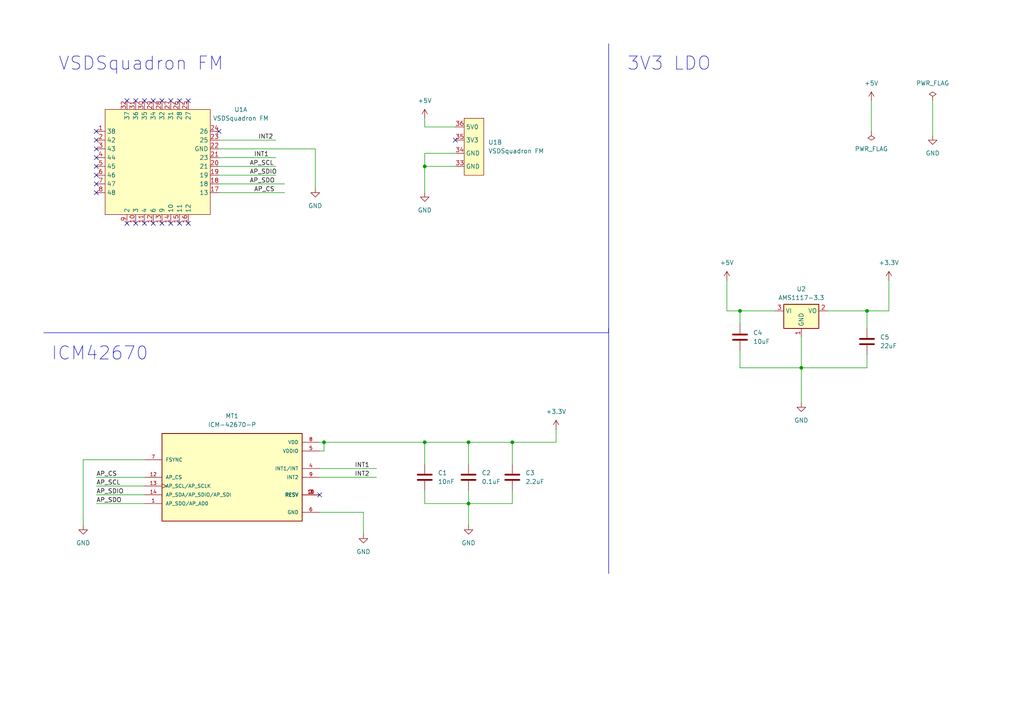
<source format=kicad_sch>
(kicad_sch
	(version 20231120)
	(generator "eeschema")
	(generator_version "8.0")
	(uuid "968a75bd-af66-40e6-94a2-2baa03d4997e")
	(paper "A4")
	(title_block
		(title "ICM42670-P VSDSquadron FM Shield")
		(date "2025-01-12")
		(rev "1A")
		(company "VLSI System Design")
	)
	(lib_symbols
		(symbol "Device:C"
			(pin_numbers hide)
			(pin_names
				(offset 0.254)
			)
			(exclude_from_sim no)
			(in_bom yes)
			(on_board yes)
			(property "Reference" "C"
				(at 0.635 2.54 0)
				(effects
					(font
						(size 1.27 1.27)
					)
					(justify left)
				)
			)
			(property "Value" "C"
				(at 0.635 -2.54 0)
				(effects
					(font
						(size 1.27 1.27)
					)
					(justify left)
				)
			)
			(property "Footprint" ""
				(at 0.9652 -3.81 0)
				(effects
					(font
						(size 1.27 1.27)
					)
					(hide yes)
				)
			)
			(property "Datasheet" "~"
				(at 0 0 0)
				(effects
					(font
						(size 1.27 1.27)
					)
					(hide yes)
				)
			)
			(property "Description" "Unpolarized capacitor"
				(at 0 0 0)
				(effects
					(font
						(size 1.27 1.27)
					)
					(hide yes)
				)
			)
			(property "ki_keywords" "cap capacitor"
				(at 0 0 0)
				(effects
					(font
						(size 1.27 1.27)
					)
					(hide yes)
				)
			)
			(property "ki_fp_filters" "C_*"
				(at 0 0 0)
				(effects
					(font
						(size 1.27 1.27)
					)
					(hide yes)
				)
			)
			(symbol "C_0_1"
				(polyline
					(pts
						(xy -2.032 -0.762) (xy 2.032 -0.762)
					)
					(stroke
						(width 0.508)
						(type default)
					)
					(fill
						(type none)
					)
				)
				(polyline
					(pts
						(xy -2.032 0.762) (xy 2.032 0.762)
					)
					(stroke
						(width 0.508)
						(type default)
					)
					(fill
						(type none)
					)
				)
			)
			(symbol "C_1_1"
				(pin passive line
					(at 0 3.81 270)
					(length 2.794)
					(name "~"
						(effects
							(font
								(size 1.27 1.27)
							)
						)
					)
					(number "1"
						(effects
							(font
								(size 1.27 1.27)
							)
						)
					)
				)
				(pin passive line
					(at 0 -3.81 90)
					(length 2.794)
					(name "~"
						(effects
							(font
								(size 1.27 1.27)
							)
						)
					)
					(number "2"
						(effects
							(font
								(size 1.27 1.27)
							)
						)
					)
				)
			)
		)
		(symbol "ICM-42670-P:ICM-42670-P"
			(pin_names
				(offset 1.016)
			)
			(exclude_from_sim no)
			(in_bom yes)
			(on_board yes)
			(property "Reference" "MT"
				(at -20.32 13.97 0)
				(effects
					(font
						(size 1.27 1.27)
					)
					(justify left bottom)
				)
			)
			(property "Value" "ICM-42670-P"
				(at -20.32 -15.24 0)
				(effects
					(font
						(size 1.27 1.27)
					)
					(justify left bottom)
				)
			)
			(property "Footprint" "ICM-42670-P:XDCR_ICM-42670-P"
				(at 0 0 0)
				(effects
					(font
						(size 1.27 1.27)
					)
					(justify bottom)
					(hide yes)
				)
			)
			(property "Datasheet" ""
				(at 0 0 0)
				(effects
					(font
						(size 1.27 1.27)
					)
					(hide yes)
				)
			)
			(property "Description" ""
				(at 0 0 0)
				(effects
					(font
						(size 1.27 1.27)
					)
					(hide yes)
				)
			)
			(property "MF" "TDK InvenSense"
				(at 0 0 0)
				(effects
					(font
						(size 1.27 1.27)
					)
					(justify bottom)
					(hide yes)
				)
			)
			(property "MAXIMUM_PACKAGE_HEIGHT" "0.81 mm"
				(at 0 0 0)
				(effects
					(font
						(size 1.27 1.27)
					)
					(justify bottom)
					(hide yes)
				)
			)
			(property "Package" "None"
				(at 0 0 0)
				(effects
					(font
						(size 1.27 1.27)
					)
					(justify bottom)
					(hide yes)
				)
			)
			(property "Price" "None"
				(at 0 0 0)
				(effects
					(font
						(size 1.27 1.27)
					)
					(justify bottom)
					(hide yes)
				)
			)
			(property "Check_prices" "https://www.snapeda.com/parts/ICM-42670-P/TDK/view-part/?ref=eda"
				(at 0 0 0)
				(effects
					(font
						(size 1.27 1.27)
					)
					(justify bottom)
					(hide yes)
				)
			)
			(property "STANDARD" "Manufacturer Recommendations"
				(at 0 0 0)
				(effects
					(font
						(size 1.27 1.27)
					)
					(justify bottom)
					(hide yes)
				)
			)
			(property "PARTREV" "1.1"
				(at 0 0 0)
				(effects
					(font
						(size 1.27 1.27)
					)
					(justify bottom)
					(hide yes)
				)
			)
			(property "SnapEDA_Link" "https://www.snapeda.com/parts/ICM-42670-P/TDK/view-part/?ref=snap"
				(at 0 0 0)
				(effects
					(font
						(size 1.27 1.27)
					)
					(justify bottom)
					(hide yes)
				)
			)
			(property "MP" "ICM-42670-P"
				(at 0 0 0)
				(effects
					(font
						(size 1.27 1.27)
					)
					(justify bottom)
					(hide yes)
				)
			)
			(property "Description_1" "\n                        \n                            Low-Power, Premium Performance 6-Axis MotionTrackingTM IMU with I3C, I2C and SPI interface in 2.5mm x 3mm Package\n                        \n"
				(at 0 0 0)
				(effects
					(font
						(size 1.27 1.27)
					)
					(justify bottom)
					(hide yes)
				)
			)
			(property "Availability" "In Stock"
				(at 0 0 0)
				(effects
					(font
						(size 1.27 1.27)
					)
					(justify bottom)
					(hide yes)
				)
			)
			(property "MANUFACTURER" "TDK InvenSense"
				(at 0 0 0)
				(effects
					(font
						(size 1.27 1.27)
					)
					(justify bottom)
					(hide yes)
				)
			)
			(symbol "ICM-42670-P_0_0"
				(rectangle
					(start -20.32 -12.7)
					(end 20.32 12.7)
					(stroke
						(width 0.254)
						(type default)
					)
					(fill
						(type background)
					)
				)
				(pin bidirectional line
					(at -25.4 -7.62 0)
					(length 5.08)
					(name "AP_SDO/AP_AD0"
						(effects
							(font
								(size 1.016 1.016)
							)
						)
					)
					(number "1"
						(effects
							(font
								(size 1.016 1.016)
							)
						)
					)
				)
				(pin passive line
					(at 25.4 -5.08 180)
					(length 5.08)
					(name "RESV"
						(effects
							(font
								(size 1.016 1.016)
							)
						)
					)
					(number "10"
						(effects
							(font
								(size 1.016 1.016)
							)
						)
					)
				)
				(pin passive line
					(at 25.4 -5.08 180)
					(length 5.08)
					(name "RESV"
						(effects
							(font
								(size 1.016 1.016)
							)
						)
					)
					(number "11"
						(effects
							(font
								(size 1.016 1.016)
							)
						)
					)
				)
				(pin input line
					(at -25.4 0 0)
					(length 5.08)
					(name "AP_CS"
						(effects
							(font
								(size 1.016 1.016)
							)
						)
					)
					(number "12"
						(effects
							(font
								(size 1.016 1.016)
							)
						)
					)
				)
				(pin input clock
					(at -25.4 -2.54 0)
					(length 5.08)
					(name "AP_SCL/AP_SCLK"
						(effects
							(font
								(size 1.016 1.016)
							)
						)
					)
					(number "13"
						(effects
							(font
								(size 1.016 1.016)
							)
						)
					)
				)
				(pin bidirectional line
					(at -25.4 -5.08 0)
					(length 5.08)
					(name "AP_SDA/AP_SDIO/AP_SDI"
						(effects
							(font
								(size 1.016 1.016)
							)
						)
					)
					(number "14"
						(effects
							(font
								(size 1.016 1.016)
							)
						)
					)
				)
				(pin passive line
					(at 25.4 -5.08 180)
					(length 5.08)
					(name "RESV"
						(effects
							(font
								(size 1.016 1.016)
							)
						)
					)
					(number "2"
						(effects
							(font
								(size 1.016 1.016)
							)
						)
					)
				)
				(pin passive line
					(at 25.4 -5.08 180)
					(length 5.08)
					(name "RESV"
						(effects
							(font
								(size 1.016 1.016)
							)
						)
					)
					(number "3"
						(effects
							(font
								(size 1.016 1.016)
							)
						)
					)
				)
				(pin output line
					(at 25.4 2.54 180)
					(length 5.08)
					(name "INT1/INT"
						(effects
							(font
								(size 1.016 1.016)
							)
						)
					)
					(number "4"
						(effects
							(font
								(size 1.016 1.016)
							)
						)
					)
				)
				(pin power_in line
					(at 25.4 7.62 180)
					(length 5.08)
					(name "VDDIO"
						(effects
							(font
								(size 1.016 1.016)
							)
						)
					)
					(number "5"
						(effects
							(font
								(size 1.016 1.016)
							)
						)
					)
				)
				(pin power_in line
					(at 25.4 -10.16 180)
					(length 5.08)
					(name "GND"
						(effects
							(font
								(size 1.016 1.016)
							)
						)
					)
					(number "6"
						(effects
							(font
								(size 1.016 1.016)
							)
						)
					)
				)
				(pin input line
					(at -25.4 5.08 0)
					(length 5.08)
					(name "FSYNC"
						(effects
							(font
								(size 1.016 1.016)
							)
						)
					)
					(number "7"
						(effects
							(font
								(size 1.016 1.016)
							)
						)
					)
				)
				(pin power_in line
					(at 25.4 10.16 180)
					(length 5.08)
					(name "VDD"
						(effects
							(font
								(size 1.016 1.016)
							)
						)
					)
					(number "8"
						(effects
							(font
								(size 1.016 1.016)
							)
						)
					)
				)
				(pin output line
					(at 25.4 0 180)
					(length 5.08)
					(name "INT2"
						(effects
							(font
								(size 1.016 1.016)
							)
						)
					)
					(number "9"
						(effects
							(font
								(size 1.016 1.016)
							)
						)
					)
				)
			)
		)
		(symbol "Regulator_Linear:AMS1117-3.3"
			(exclude_from_sim no)
			(in_bom yes)
			(on_board yes)
			(property "Reference" "U"
				(at -3.81 3.175 0)
				(effects
					(font
						(size 1.27 1.27)
					)
				)
			)
			(property "Value" "AMS1117-3.3"
				(at 0 3.175 0)
				(effects
					(font
						(size 1.27 1.27)
					)
					(justify left)
				)
			)
			(property "Footprint" "Package_TO_SOT_SMD:SOT-223-3_TabPin2"
				(at 0 5.08 0)
				(effects
					(font
						(size 1.27 1.27)
					)
					(hide yes)
				)
			)
			(property "Datasheet" "http://www.advanced-monolithic.com/pdf/ds1117.pdf"
				(at 2.54 -6.35 0)
				(effects
					(font
						(size 1.27 1.27)
					)
					(hide yes)
				)
			)
			(property "Description" "1A Low Dropout regulator, positive, 3.3V fixed output, SOT-223"
				(at 0 0 0)
				(effects
					(font
						(size 1.27 1.27)
					)
					(hide yes)
				)
			)
			(property "ki_keywords" "linear regulator ldo fixed positive"
				(at 0 0 0)
				(effects
					(font
						(size 1.27 1.27)
					)
					(hide yes)
				)
			)
			(property "ki_fp_filters" "SOT?223*TabPin2*"
				(at 0 0 0)
				(effects
					(font
						(size 1.27 1.27)
					)
					(hide yes)
				)
			)
			(symbol "AMS1117-3.3_0_1"
				(rectangle
					(start -5.08 -5.08)
					(end 5.08 1.905)
					(stroke
						(width 0.254)
						(type default)
					)
					(fill
						(type background)
					)
				)
			)
			(symbol "AMS1117-3.3_1_1"
				(pin power_in line
					(at 0 -7.62 90)
					(length 2.54)
					(name "GND"
						(effects
							(font
								(size 1.27 1.27)
							)
						)
					)
					(number "1"
						(effects
							(font
								(size 1.27 1.27)
							)
						)
					)
				)
				(pin power_out line
					(at 7.62 0 180)
					(length 2.54)
					(name "VO"
						(effects
							(font
								(size 1.27 1.27)
							)
						)
					)
					(number "2"
						(effects
							(font
								(size 1.27 1.27)
							)
						)
					)
				)
				(pin power_in line
					(at -7.62 0 0)
					(length 2.54)
					(name "VI"
						(effects
							(font
								(size 1.27 1.27)
							)
						)
					)
					(number "3"
						(effects
							(font
								(size 1.27 1.27)
							)
						)
					)
				)
			)
		)
		(symbol "VSDSquadron_FM:VSDSquadron_FM"
			(exclude_from_sim no)
			(in_bom yes)
			(on_board yes)
			(property "Reference" "U"
				(at -11.938 9.398 0)
				(effects
					(font
						(size 1.27 1.27)
					)
				)
			)
			(property "Value" "VSDSquadron FM"
				(at -0.254 9.144 0)
				(effects
					(font
						(size 1.27 1.27)
					)
				)
			)
			(property "Footprint" "VSDsquadron_FM:VSDSquadron_FM"
				(at 4.572 -2.286 0)
				(effects
					(font
						(size 1.27 1.27)
					)
					(hide yes)
				)
			)
			(property "Datasheet" "https://github.com/yathAg/VSDSquadron_FM"
				(at -4.318 -2.286 0)
				(effects
					(font
						(size 1.27 1.27)
					)
					(hide yes)
				)
			)
			(property "Description" ""
				(at -15.24 13.97 0)
				(effects
					(font
						(size 1.27 1.27)
					)
					(hide yes)
				)
			)
			(property "ki_locked" ""
				(at 0 0 0)
				(effects
					(font
						(size 1.27 1.27)
					)
				)
			)
			(symbol "VSDSquadron_FM_1_0"
				(pin bidirectional line
					(at -6.35 -17.78 90)
					(length 2.54)
					(name "3"
						(effects
							(font
								(size 1.27 1.27)
							)
						)
					)
					(number "10"
						(effects
							(font
								(size 1.27 1.27)
							)
						)
					)
				)
				(pin bidirectional line
					(at -3.81 -17.78 90)
					(length 2.54)
					(name "4"
						(effects
							(font
								(size 1.27 1.27)
							)
						)
					)
					(number "11"
						(effects
							(font
								(size 1.27 1.27)
							)
						)
					)
				)
				(pin bidirectional line
					(at -1.27 -17.78 90)
					(length 2.54)
					(name "6"
						(effects
							(font
								(size 1.27 1.27)
							)
						)
					)
					(number "12"
						(effects
							(font
								(size 1.27 1.27)
							)
						)
					)
				)
				(pin bidirectional line
					(at 1.27 -17.78 90)
					(length 2.54)
					(name "9"
						(effects
							(font
								(size 1.27 1.27)
							)
						)
					)
					(number "13"
						(effects
							(font
								(size 1.27 1.27)
							)
						)
					)
				)
				(pin bidirectional line
					(at 3.81 -17.78 90)
					(length 2.54)
					(name "10"
						(effects
							(font
								(size 1.27 1.27)
							)
						)
					)
					(number "14"
						(effects
							(font
								(size 1.27 1.27)
							)
						)
					)
				)
				(pin bidirectional line
					(at 17.78 -8.89 180)
					(length 2.54)
					(name "13"
						(effects
							(font
								(size 1.27 1.27)
							)
						)
					)
					(number "17"
						(effects
							(font
								(size 1.27 1.27)
							)
						)
					)
				)
				(pin bidirectional line
					(at 17.78 -6.35 180)
					(length 2.54)
					(name "18"
						(effects
							(font
								(size 1.27 1.27)
							)
						)
					)
					(number "18"
						(effects
							(font
								(size 1.27 1.27)
							)
						)
					)
				)
				(pin bidirectional line
					(at 17.78 -3.81 180)
					(length 2.54)
					(name "19"
						(effects
							(font
								(size 1.27 1.27)
							)
						)
					)
					(number "19"
						(effects
							(font
								(size 1.27 1.27)
							)
						)
					)
				)
				(pin bidirectional line
					(at 17.78 -1.27 180)
					(length 2.54)
					(name "21"
						(effects
							(font
								(size 1.27 1.27)
							)
						)
					)
					(number "20"
						(effects
							(font
								(size 1.27 1.27)
							)
						)
					)
				)
				(pin bidirectional line
					(at 17.78 1.27 180)
					(length 2.54)
					(name "23"
						(effects
							(font
								(size 1.27 1.27)
							)
						)
					)
					(number "21"
						(effects
							(font
								(size 1.27 1.27)
							)
						)
					)
				)
				(pin power_in line
					(at 17.78 3.81 180)
					(length 2.54)
					(name "GND"
						(effects
							(font
								(size 1.27 1.27)
							)
						)
					)
					(number "22"
						(effects
							(font
								(size 1.27 1.27)
							)
						)
					)
				)
				(pin bidirectional line
					(at 17.78 6.35 180)
					(length 2.54)
					(name "25"
						(effects
							(font
								(size 1.27 1.27)
							)
						)
					)
					(number "23"
						(effects
							(font
								(size 1.27 1.27)
							)
						)
					)
				)
				(pin bidirectional line
					(at 17.78 8.89 180)
					(length 2.54)
					(name "26"
						(effects
							(font
								(size 1.27 1.27)
							)
						)
					)
					(number "24"
						(effects
							(font
								(size 1.27 1.27)
							)
						)
					)
				)
				(pin bidirectional line
					(at 8.89 17.78 270)
					(length 2.54)
					(name "27"
						(effects
							(font
								(size 1.27 1.27)
							)
						)
					)
					(number "25"
						(effects
							(font
								(size 1.27 1.27)
							)
						)
					)
				)
				(pin bidirectional line
					(at 6.35 17.78 270)
					(length 2.54)
					(name "28"
						(effects
							(font
								(size 1.27 1.27)
							)
						)
					)
					(number "26"
						(effects
							(font
								(size 1.27 1.27)
							)
						)
					)
				)
				(pin bidirectional line
					(at -1.27 17.78 270)
					(length 2.54)
					(name "34"
						(effects
							(font
								(size 1.27 1.27)
							)
						)
					)
					(number "29"
						(effects
							(font
								(size 1.27 1.27)
							)
						)
					)
				)
				(pin bidirectional line
					(at -17.78 3.81 0)
					(length 2.54)
					(name "43"
						(effects
							(font
								(size 1.27 1.27)
							)
						)
					)
					(number "3"
						(effects
							(font
								(size 1.27 1.27)
							)
						)
					)
				)
				(pin bidirectional line
					(at -3.81 17.78 270)
					(length 2.54)
					(name "35"
						(effects
							(font
								(size 1.27 1.27)
							)
						)
					)
					(number "30"
						(effects
							(font
								(size 1.27 1.27)
							)
						)
					)
				)
				(pin bidirectional line
					(at -6.35 17.78 270)
					(length 2.54)
					(name "36"
						(effects
							(font
								(size 1.27 1.27)
							)
						)
					)
					(number "31"
						(effects
							(font
								(size 1.27 1.27)
							)
						)
					)
				)
				(pin bidirectional line
					(at -8.89 17.78 270)
					(length 2.54)
					(name "37"
						(effects
							(font
								(size 1.27 1.27)
							)
						)
					)
					(number "32"
						(effects
							(font
								(size 1.27 1.27)
							)
						)
					)
				)
				(pin bidirectional line
					(at -17.78 1.27 0)
					(length 2.54)
					(name "44"
						(effects
							(font
								(size 1.27 1.27)
							)
						)
					)
					(number "4"
						(effects
							(font
								(size 1.27 1.27)
							)
						)
					)
				)
				(pin bidirectional line
					(at -17.78 -1.27 0)
					(length 2.54)
					(name "45"
						(effects
							(font
								(size 1.27 1.27)
							)
						)
					)
					(number "5"
						(effects
							(font
								(size 1.27 1.27)
							)
						)
					)
				)
				(pin bidirectional line
					(at -17.78 -3.81 0)
					(length 2.54)
					(name "46"
						(effects
							(font
								(size 1.27 1.27)
							)
						)
					)
					(number "6"
						(effects
							(font
								(size 1.27 1.27)
							)
						)
					)
				)
				(pin bidirectional line
					(at -17.78 -6.35 0)
					(length 2.54)
					(name "47"
						(effects
							(font
								(size 1.27 1.27)
							)
						)
					)
					(number "7"
						(effects
							(font
								(size 1.27 1.27)
							)
						)
					)
				)
			)
			(symbol "VSDSquadron_FM_1_1"
				(rectangle
					(start -15.24 15.24)
					(end 15.24 -15.24)
					(stroke
						(width 0)
						(type default)
					)
					(fill
						(type background)
					)
				)
				(pin bidirectional line
					(at -17.78 8.89 0)
					(length 2.54)
					(name "38"
						(effects
							(font
								(size 1.27 1.27)
							)
						)
					)
					(number "1"
						(effects
							(font
								(size 1.27 1.27)
							)
						)
					)
				)
				(pin bidirectional line
					(at 6.35 -17.78 90)
					(length 2.54)
					(name "11"
						(effects
							(font
								(size 1.27 1.27)
							)
						)
					)
					(number "15"
						(effects
							(font
								(size 1.27 1.27)
							)
						)
					)
				)
				(pin bidirectional line
					(at 8.89 -17.78 90)
					(length 2.54)
					(name "12"
						(effects
							(font
								(size 1.27 1.27)
							)
						)
					)
					(number "16"
						(effects
							(font
								(size 1.27 1.27)
							)
						)
					)
				)
				(pin bidirectional line
					(at -17.78 6.35 0)
					(length 2.54)
					(name "42"
						(effects
							(font
								(size 1.27 1.27)
							)
						)
					)
					(number "2"
						(effects
							(font
								(size 1.27 1.27)
							)
						)
					)
				)
				(pin bidirectional line
					(at 3.81 17.78 270)
					(length 2.54)
					(name "31"
						(effects
							(font
								(size 1.27 1.27)
							)
						)
					)
					(number "27"
						(effects
							(font
								(size 1.27 1.27)
							)
						)
					)
				)
				(pin bidirectional line
					(at 1.27 17.78 270)
					(length 2.54)
					(name "32"
						(effects
							(font
								(size 1.27 1.27)
							)
						)
					)
					(number "28"
						(effects
							(font
								(size 1.27 1.27)
							)
						)
					)
				)
				(pin bidirectional line
					(at -17.78 -8.89 0)
					(length 2.54)
					(name "48"
						(effects
							(font
								(size 1.27 1.27)
							)
						)
					)
					(number "8"
						(effects
							(font
								(size 1.27 1.27)
							)
						)
					)
				)
				(pin bidirectional line
					(at -8.89 -17.78 90)
					(length 2.54)
					(name "2"
						(effects
							(font
								(size 1.27 1.27)
							)
						)
					)
					(number "9"
						(effects
							(font
								(size 1.27 1.27)
							)
						)
					)
				)
			)
			(symbol "VSDSquadron_FM_2_1"
				(rectangle
					(start -3.175 8.255)
					(end 2.54 -8.255)
					(stroke
						(width 0)
						(type default)
					)
					(fill
						(type background)
					)
				)
				(pin power_in line
					(at -5.715 -5.715 0)
					(length 2.54)
					(name "GND"
						(effects
							(font
								(size 1.27 1.27)
							)
						)
					)
					(number "33"
						(effects
							(font
								(size 1.27 1.27)
							)
						)
					)
				)
				(pin power_in line
					(at -5.715 -1.905 0)
					(length 2.54)
					(name "GND"
						(effects
							(font
								(size 1.27 1.27)
							)
						)
					)
					(number "34"
						(effects
							(font
								(size 1.27 1.27)
							)
						)
					)
				)
				(pin power_in line
					(at -5.715 1.905 0)
					(length 2.54)
					(name "3V3"
						(effects
							(font
								(size 1.27 1.27)
							)
						)
					)
					(number "35"
						(effects
							(font
								(size 1.27 1.27)
							)
						)
					)
				)
				(pin power_in line
					(at -5.715 5.715 0)
					(length 2.54)
					(name "5V0"
						(effects
							(font
								(size 1.27 1.27)
							)
						)
					)
					(number "36"
						(effects
							(font
								(size 1.27 1.27)
							)
						)
					)
				)
			)
		)
		(symbol "power:+3.3V"
			(power)
			(pin_numbers hide)
			(pin_names
				(offset 0) hide)
			(exclude_from_sim no)
			(in_bom yes)
			(on_board yes)
			(property "Reference" "#PWR"
				(at 0 -3.81 0)
				(effects
					(font
						(size 1.27 1.27)
					)
					(hide yes)
				)
			)
			(property "Value" "+3.3V"
				(at 0 3.556 0)
				(effects
					(font
						(size 1.27 1.27)
					)
				)
			)
			(property "Footprint" ""
				(at 0 0 0)
				(effects
					(font
						(size 1.27 1.27)
					)
					(hide yes)
				)
			)
			(property "Datasheet" ""
				(at 0 0 0)
				(effects
					(font
						(size 1.27 1.27)
					)
					(hide yes)
				)
			)
			(property "Description" "Power symbol creates a global label with name \"+3.3V\""
				(at 0 0 0)
				(effects
					(font
						(size 1.27 1.27)
					)
					(hide yes)
				)
			)
			(property "ki_keywords" "global power"
				(at 0 0 0)
				(effects
					(font
						(size 1.27 1.27)
					)
					(hide yes)
				)
			)
			(symbol "+3.3V_0_1"
				(polyline
					(pts
						(xy -0.762 1.27) (xy 0 2.54)
					)
					(stroke
						(width 0)
						(type default)
					)
					(fill
						(type none)
					)
				)
				(polyline
					(pts
						(xy 0 0) (xy 0 2.54)
					)
					(stroke
						(width 0)
						(type default)
					)
					(fill
						(type none)
					)
				)
				(polyline
					(pts
						(xy 0 2.54) (xy 0.762 1.27)
					)
					(stroke
						(width 0)
						(type default)
					)
					(fill
						(type none)
					)
				)
			)
			(symbol "+3.3V_1_1"
				(pin power_in line
					(at 0 0 90)
					(length 0)
					(name "~"
						(effects
							(font
								(size 1.27 1.27)
							)
						)
					)
					(number "1"
						(effects
							(font
								(size 1.27 1.27)
							)
						)
					)
				)
			)
		)
		(symbol "power:+5V"
			(power)
			(pin_numbers hide)
			(pin_names
				(offset 0) hide)
			(exclude_from_sim no)
			(in_bom yes)
			(on_board yes)
			(property "Reference" "#PWR"
				(at 0 -3.81 0)
				(effects
					(font
						(size 1.27 1.27)
					)
					(hide yes)
				)
			)
			(property "Value" "+5V"
				(at 0 3.556 0)
				(effects
					(font
						(size 1.27 1.27)
					)
				)
			)
			(property "Footprint" ""
				(at 0 0 0)
				(effects
					(font
						(size 1.27 1.27)
					)
					(hide yes)
				)
			)
			(property "Datasheet" ""
				(at 0 0 0)
				(effects
					(font
						(size 1.27 1.27)
					)
					(hide yes)
				)
			)
			(property "Description" "Power symbol creates a global label with name \"+5V\""
				(at 0 0 0)
				(effects
					(font
						(size 1.27 1.27)
					)
					(hide yes)
				)
			)
			(property "ki_keywords" "global power"
				(at 0 0 0)
				(effects
					(font
						(size 1.27 1.27)
					)
					(hide yes)
				)
			)
			(symbol "+5V_0_1"
				(polyline
					(pts
						(xy -0.762 1.27) (xy 0 2.54)
					)
					(stroke
						(width 0)
						(type default)
					)
					(fill
						(type none)
					)
				)
				(polyline
					(pts
						(xy 0 0) (xy 0 2.54)
					)
					(stroke
						(width 0)
						(type default)
					)
					(fill
						(type none)
					)
				)
				(polyline
					(pts
						(xy 0 2.54) (xy 0.762 1.27)
					)
					(stroke
						(width 0)
						(type default)
					)
					(fill
						(type none)
					)
				)
			)
			(symbol "+5V_1_1"
				(pin power_in line
					(at 0 0 90)
					(length 0)
					(name "~"
						(effects
							(font
								(size 1.27 1.27)
							)
						)
					)
					(number "1"
						(effects
							(font
								(size 1.27 1.27)
							)
						)
					)
				)
			)
		)
		(symbol "power:GND"
			(power)
			(pin_numbers hide)
			(pin_names
				(offset 0) hide)
			(exclude_from_sim no)
			(in_bom yes)
			(on_board yes)
			(property "Reference" "#PWR"
				(at 0 -6.35 0)
				(effects
					(font
						(size 1.27 1.27)
					)
					(hide yes)
				)
			)
			(property "Value" "GND"
				(at 0 -3.81 0)
				(effects
					(font
						(size 1.27 1.27)
					)
				)
			)
			(property "Footprint" ""
				(at 0 0 0)
				(effects
					(font
						(size 1.27 1.27)
					)
					(hide yes)
				)
			)
			(property "Datasheet" ""
				(at 0 0 0)
				(effects
					(font
						(size 1.27 1.27)
					)
					(hide yes)
				)
			)
			(property "Description" "Power symbol creates a global label with name \"GND\" , ground"
				(at 0 0 0)
				(effects
					(font
						(size 1.27 1.27)
					)
					(hide yes)
				)
			)
			(property "ki_keywords" "global power"
				(at 0 0 0)
				(effects
					(font
						(size 1.27 1.27)
					)
					(hide yes)
				)
			)
			(symbol "GND_0_1"
				(polyline
					(pts
						(xy 0 0) (xy 0 -1.27) (xy 1.27 -1.27) (xy 0 -2.54) (xy -1.27 -1.27) (xy 0 -1.27)
					)
					(stroke
						(width 0)
						(type default)
					)
					(fill
						(type none)
					)
				)
			)
			(symbol "GND_1_1"
				(pin power_in line
					(at 0 0 270)
					(length 0)
					(name "~"
						(effects
							(font
								(size 1.27 1.27)
							)
						)
					)
					(number "1"
						(effects
							(font
								(size 1.27 1.27)
							)
						)
					)
				)
			)
		)
		(symbol "power:PWR_FLAG"
			(power)
			(pin_numbers hide)
			(pin_names
				(offset 0) hide)
			(exclude_from_sim no)
			(in_bom yes)
			(on_board yes)
			(property "Reference" "#FLG"
				(at 0 1.905 0)
				(effects
					(font
						(size 1.27 1.27)
					)
					(hide yes)
				)
			)
			(property "Value" "PWR_FLAG"
				(at 0 3.81 0)
				(effects
					(font
						(size 1.27 1.27)
					)
				)
			)
			(property "Footprint" ""
				(at 0 0 0)
				(effects
					(font
						(size 1.27 1.27)
					)
					(hide yes)
				)
			)
			(property "Datasheet" "~"
				(at 0 0 0)
				(effects
					(font
						(size 1.27 1.27)
					)
					(hide yes)
				)
			)
			(property "Description" "Special symbol for telling ERC where power comes from"
				(at 0 0 0)
				(effects
					(font
						(size 1.27 1.27)
					)
					(hide yes)
				)
			)
			(property "ki_keywords" "flag power"
				(at 0 0 0)
				(effects
					(font
						(size 1.27 1.27)
					)
					(hide yes)
				)
			)
			(symbol "PWR_FLAG_0_0"
				(pin power_out line
					(at 0 0 90)
					(length 0)
					(name "~"
						(effects
							(font
								(size 1.27 1.27)
							)
						)
					)
					(number "1"
						(effects
							(font
								(size 1.27 1.27)
							)
						)
					)
				)
			)
			(symbol "PWR_FLAG_0_1"
				(polyline
					(pts
						(xy 0 0) (xy 0 1.27) (xy -1.016 1.905) (xy 0 2.54) (xy 1.016 1.905) (xy 0 1.27)
					)
					(stroke
						(width 0)
						(type default)
					)
					(fill
						(type none)
					)
				)
			)
		)
	)
	(junction
		(at 93.98 128.27)
		(diameter 0)
		(color 0 0 0 0)
		(uuid "054a7a6f-dcde-4ec1-94e6-617a0c88d706")
	)
	(junction
		(at 251.46 90.17)
		(diameter 0)
		(color 0 0 0 0)
		(uuid "4276e541-1de4-4c61-bcd1-04a63a40f7fa")
	)
	(junction
		(at 123.19 48.26)
		(diameter 0)
		(color 0 0 0 0)
		(uuid "89e80dd0-4e68-485b-b053-a13ae463b739")
	)
	(junction
		(at 135.89 146.05)
		(diameter 0)
		(color 0 0 0 0)
		(uuid "8f4ca632-5475-423d-bd9c-a0eb2f21f341")
	)
	(junction
		(at 123.19 128.27)
		(diameter 0)
		(color 0 0 0 0)
		(uuid "942d8e73-f8b6-4aa7-984c-2959e6de8704")
	)
	(junction
		(at 148.59 128.27)
		(diameter 0)
		(color 0 0 0 0)
		(uuid "c694678f-54fd-4598-aba2-e2e639b8d16d")
	)
	(junction
		(at 214.63 90.17)
		(diameter 0)
		(color 0 0 0 0)
		(uuid "cb379b98-9487-47d4-b13e-5904acf5855e")
	)
	(junction
		(at 135.89 128.27)
		(diameter 0)
		(color 0 0 0 0)
		(uuid "d25327a3-5f8d-4102-91d9-31a79c1991e8")
	)
	(junction
		(at 232.41 106.68)
		(diameter 0)
		(color 0 0 0 0)
		(uuid "e3746c33-83c6-46fb-90b7-461f531428ed")
	)
	(no_connect
		(at 27.94 53.34)
		(uuid "0714818f-9846-4668-97a4-a3af78519968")
	)
	(no_connect
		(at 36.83 64.77)
		(uuid "186a11af-0069-48f5-b4e4-92435c7c0f78")
	)
	(no_connect
		(at 46.99 64.77)
		(uuid "1c5d47a4-8170-4fc1-b6ed-ee26f0c73e46")
	)
	(no_connect
		(at 39.37 29.21)
		(uuid "1ebe097c-e9ab-48e8-a843-839c2906ec2e")
	)
	(no_connect
		(at 49.53 64.77)
		(uuid "2dad0fea-ffed-42d8-9eae-b017f2a1b3ff")
	)
	(no_connect
		(at 27.94 38.1)
		(uuid "318cce8a-2095-40c4-a689-268479b9bc25")
	)
	(no_connect
		(at 27.94 50.8)
		(uuid "37580b35-6fc6-4cff-89f1-8c7e6a56df22")
	)
	(no_connect
		(at 27.94 43.18)
		(uuid "3a20e7d0-35aa-4ee6-8ebb-fc8fdf6e9710")
	)
	(no_connect
		(at 132.08 40.64)
		(uuid "4938a0d9-20dc-4afb-978a-17c2702b5a78")
	)
	(no_connect
		(at 41.91 29.21)
		(uuid "4dd9790f-4d11-4d1e-b8a3-8ae58ca2fe05")
	)
	(no_connect
		(at 27.94 40.64)
		(uuid "4efecec1-de4e-4ff7-b9ef-0ff4cdd9edc7")
	)
	(no_connect
		(at 39.37 64.77)
		(uuid "4f406427-ba4c-47f9-98a0-2bb6f93af152")
	)
	(no_connect
		(at 36.83 29.21)
		(uuid "6bf3466c-0086-480e-a749-772d3616150d")
	)
	(no_connect
		(at 54.61 29.21)
		(uuid "6e58d56d-be12-49f0-a18c-3ce0a995f295")
	)
	(no_connect
		(at 27.94 48.26)
		(uuid "6f6d18a0-d448-48b9-9ee5-2fd72f07ab51")
	)
	(no_connect
		(at 54.61 64.77)
		(uuid "7109ca68-7ee4-4948-bec9-8d070cb702bc")
	)
	(no_connect
		(at 63.5 38.1)
		(uuid "7c06e2a7-d038-4370-8788-71722db4e013")
	)
	(no_connect
		(at 44.45 64.77)
		(uuid "95c5ffc4-aa61-41fe-b243-55806b0d165c")
	)
	(no_connect
		(at 46.99 29.21)
		(uuid "afbd3f5d-0ee5-46d1-a48a-e36636e9e3ed")
	)
	(no_connect
		(at 44.45 29.21)
		(uuid "b3d5cbc9-2ede-45c3-8989-6facee5f3265")
	)
	(no_connect
		(at 52.07 29.21)
		(uuid "c30bc964-82c3-4bcf-b29f-ede41d101c14")
	)
	(no_connect
		(at 41.91 64.77)
		(uuid "c678a203-7f77-40ab-b1a0-913eec8da9ff")
	)
	(no_connect
		(at 27.94 55.88)
		(uuid "d0a29d95-8650-4b42-9224-13c8746bfe77")
	)
	(no_connect
		(at 92.71 143.51)
		(uuid "db09b8e0-9877-4e1f-9667-cf6fc8c3bfad")
	)
	(no_connect
		(at 52.07 64.77)
		(uuid "dcaaf2e3-dffa-469d-b6ed-6264e779621a")
	)
	(no_connect
		(at 49.53 29.21)
		(uuid "ddef9e1e-2c5d-435e-81d1-86ddcb97e0ec")
	)
	(no_connect
		(at 27.94 45.72)
		(uuid "feb53ba6-3063-4bb3-adc1-93185dd8bff8")
	)
	(wire
		(pts
			(xy 63.5 50.8) (xy 80.01 50.8)
		)
		(stroke
			(width 0)
			(type default)
		)
		(uuid "05f0ce7f-3c5a-4a9c-8a78-e954f5a05160")
	)
	(wire
		(pts
			(xy 41.91 140.97) (xy 27.94 140.97)
		)
		(stroke
			(width 0)
			(type default)
		)
		(uuid "06e08176-a6dc-4ca6-ae56-712b859ba2c6")
	)
	(wire
		(pts
			(xy 41.91 133.35) (xy 24.13 133.35)
		)
		(stroke
			(width 0)
			(type default)
		)
		(uuid "0a253e12-c659-40cf-898e-7cfa631a4a08")
	)
	(wire
		(pts
			(xy 24.13 133.35) (xy 24.13 152.4)
		)
		(stroke
			(width 0)
			(type default)
		)
		(uuid "10e1eea9-5b90-4b6c-b961-f61b7c646271")
	)
	(wire
		(pts
			(xy 123.19 48.26) (xy 123.19 55.88)
		)
		(stroke
			(width 0)
			(type default)
		)
		(uuid "1165f92b-d4d8-4671-9d53-a4997dc1a132")
	)
	(wire
		(pts
			(xy 123.19 142.24) (xy 123.19 146.05)
		)
		(stroke
			(width 0)
			(type default)
		)
		(uuid "15ab9e23-8284-446e-82b8-b773ac5330ba")
	)
	(wire
		(pts
			(xy 214.63 90.17) (xy 214.63 93.98)
		)
		(stroke
			(width 0)
			(type default)
		)
		(uuid "173268e6-70b0-448e-8793-c6b78ced9d21")
	)
	(wire
		(pts
			(xy 63.5 53.34) (xy 82.55 53.34)
		)
		(stroke
			(width 0)
			(type default)
		)
		(uuid "178c0340-720f-452f-a133-231f4522f3d3")
	)
	(wire
		(pts
			(xy 63.5 48.26) (xy 80.01 48.26)
		)
		(stroke
			(width 0)
			(type default)
		)
		(uuid "19ee6ae0-0c6c-4149-9ca8-30cc0c9ae45f")
	)
	(wire
		(pts
			(xy 93.98 130.81) (xy 93.98 128.27)
		)
		(stroke
			(width 0)
			(type default)
		)
		(uuid "20af51b9-1e7b-4de5-8ac6-b071bfaddf8e")
	)
	(wire
		(pts
			(xy 135.89 142.24) (xy 135.89 146.05)
		)
		(stroke
			(width 0)
			(type default)
		)
		(uuid "21299e87-0d4d-4f25-9932-d0c820b57992")
	)
	(wire
		(pts
			(xy 132.08 48.26) (xy 123.19 48.26)
		)
		(stroke
			(width 0)
			(type default)
		)
		(uuid "24554c04-d121-439c-ab8b-14ce0ec44058")
	)
	(wire
		(pts
			(xy 123.19 44.45) (xy 123.19 48.26)
		)
		(stroke
			(width 0)
			(type default)
		)
		(uuid "25d6eb2d-4505-471d-9c4e-da6dc25c81dc")
	)
	(wire
		(pts
			(xy 214.63 106.68) (xy 232.41 106.68)
		)
		(stroke
			(width 0)
			(type default)
		)
		(uuid "282f8f6c-98a0-46ef-9aab-22d2e4303a07")
	)
	(wire
		(pts
			(xy 91.44 43.18) (xy 91.44 54.61)
		)
		(stroke
			(width 0)
			(type default)
		)
		(uuid "2c3ac754-ada3-4353-8677-fd923ec787fc")
	)
	(wire
		(pts
			(xy 123.19 36.83) (xy 132.08 36.83)
		)
		(stroke
			(width 0)
			(type default)
		)
		(uuid "34b2b0d3-304a-4585-aa2a-e58faf140b34")
	)
	(wire
		(pts
			(xy 232.41 97.79) (xy 232.41 106.68)
		)
		(stroke
			(width 0)
			(type default)
		)
		(uuid "4055b319-51cc-423e-a6d5-72b3eb9a7dc3")
	)
	(wire
		(pts
			(xy 27.94 138.43) (xy 41.91 138.43)
		)
		(stroke
			(width 0)
			(type default)
		)
		(uuid "4e082b6c-5caf-489e-9e4f-0f587b287456")
	)
	(wire
		(pts
			(xy 210.82 81.28) (xy 210.82 90.17)
		)
		(stroke
			(width 0)
			(type default)
		)
		(uuid "4e53e82f-6199-4530-942d-e0cda44671da")
	)
	(wire
		(pts
			(xy 148.59 128.27) (xy 148.59 134.62)
		)
		(stroke
			(width 0)
			(type default)
		)
		(uuid "50021ed8-3863-4c30-ada5-08a99ccaf31a")
	)
	(wire
		(pts
			(xy 92.71 130.81) (xy 93.98 130.81)
		)
		(stroke
			(width 0)
			(type default)
		)
		(uuid "545c22e0-8cc5-4f29-9510-3fc46d5ded0e")
	)
	(wire
		(pts
			(xy 251.46 90.17) (xy 257.81 90.17)
		)
		(stroke
			(width 0)
			(type default)
		)
		(uuid "56717dd3-5ef4-4f04-9e75-1a6333e4217e")
	)
	(wire
		(pts
			(xy 123.19 146.05) (xy 135.89 146.05)
		)
		(stroke
			(width 0)
			(type default)
		)
		(uuid "5de51100-4d37-46c4-bbe5-a14c2bf84cb5")
	)
	(polyline
		(pts
			(xy 12.7 96.52) (xy 176.53 96.52)
		)
		(stroke
			(width 0)
			(type default)
		)
		(uuid "5f89f36f-ba6a-4494-a9c6-29c442c422d0")
	)
	(wire
		(pts
			(xy 93.98 128.27) (xy 123.19 128.27)
		)
		(stroke
			(width 0)
			(type default)
		)
		(uuid "63711be0-5073-4e6e-b5ca-c6a398b988dd")
	)
	(wire
		(pts
			(xy 135.89 128.27) (xy 135.89 134.62)
		)
		(stroke
			(width 0)
			(type default)
		)
		(uuid "68c0b951-4a0a-4de4-8e7a-90e534a5c343")
	)
	(wire
		(pts
			(xy 270.51 29.21) (xy 270.51 39.37)
		)
		(stroke
			(width 0)
			(type default)
		)
		(uuid "6dc476fc-08d2-4bdf-a3a2-e4c59542e55e")
	)
	(wire
		(pts
			(xy 148.59 128.27) (xy 161.29 128.27)
		)
		(stroke
			(width 0)
			(type default)
		)
		(uuid "6f69c8a1-f84b-442d-8439-32795ae8e2b2")
	)
	(wire
		(pts
			(xy 135.89 128.27) (xy 148.59 128.27)
		)
		(stroke
			(width 0)
			(type default)
		)
		(uuid "705bc95d-5fee-4d45-9209-cf68a6a246cf")
	)
	(wire
		(pts
			(xy 132.08 44.45) (xy 123.19 44.45)
		)
		(stroke
			(width 0)
			(type default)
		)
		(uuid "732a5bb2-3881-4d41-8bb5-2a64e51109fc")
	)
	(wire
		(pts
			(xy 224.79 90.17) (xy 214.63 90.17)
		)
		(stroke
			(width 0)
			(type default)
		)
		(uuid "7a656ead-d40e-4795-871b-c3738468be3a")
	)
	(wire
		(pts
			(xy 251.46 90.17) (xy 251.46 95.25)
		)
		(stroke
			(width 0)
			(type default)
		)
		(uuid "7ea076d5-b721-4c43-94b3-ed9f34576d8e")
	)
	(wire
		(pts
			(xy 252.73 29.21) (xy 252.73 38.1)
		)
		(stroke
			(width 0)
			(type default)
		)
		(uuid "800770e4-61ce-41c3-a9b2-ec5197bad869")
	)
	(wire
		(pts
			(xy 92.71 138.43) (xy 109.22 138.43)
		)
		(stroke
			(width 0)
			(type default)
		)
		(uuid "83e48c01-5b03-43ff-ac78-dfafc1137f88")
	)
	(polyline
		(pts
			(xy 176.53 12.7) (xy 176.53 166.37)
		)
		(stroke
			(width 0)
			(type default)
		)
		(uuid "8ca72d0c-a2e6-4f8e-9bab-57d05fd9dddc")
	)
	(wire
		(pts
			(xy 257.81 81.28) (xy 257.81 90.17)
		)
		(stroke
			(width 0)
			(type default)
		)
		(uuid "8dd4cccf-f5e9-4c3c-b3b1-d021c5533206")
	)
	(wire
		(pts
			(xy 135.89 146.05) (xy 148.59 146.05)
		)
		(stroke
			(width 0)
			(type default)
		)
		(uuid "a81b5586-86f5-4e5b-a6a3-2236416e9fe7")
	)
	(wire
		(pts
			(xy 41.91 146.05) (xy 27.94 146.05)
		)
		(stroke
			(width 0)
			(type default)
		)
		(uuid "a88bf35e-876a-46ab-a175-197602c5328d")
	)
	(wire
		(pts
			(xy 63.5 55.88) (xy 82.55 55.88)
		)
		(stroke
			(width 0)
			(type default)
		)
		(uuid "b2690624-014e-4d18-a825-c6b2cd508011")
	)
	(polyline
		(pts
			(xy 176.53 96.52) (xy 176.53 95.25)
		)
		(stroke
			(width 0)
			(type default)
		)
		(uuid "b42b939f-aeff-44d1-b100-73f37816bc1b")
	)
	(wire
		(pts
			(xy 123.19 128.27) (xy 135.89 128.27)
		)
		(stroke
			(width 0)
			(type default)
		)
		(uuid "b58af36c-6741-43be-8a2f-975ad38987e2")
	)
	(wire
		(pts
			(xy 92.71 128.27) (xy 93.98 128.27)
		)
		(stroke
			(width 0)
			(type default)
		)
		(uuid "b71adb0b-558b-4528-8a3f-160c987244cc")
	)
	(wire
		(pts
			(xy 214.63 101.6) (xy 214.63 106.68)
		)
		(stroke
			(width 0)
			(type default)
		)
		(uuid "b9f7dc2f-e2d2-4222-a207-b43ba48e2972")
	)
	(wire
		(pts
			(xy 63.5 43.18) (xy 91.44 43.18)
		)
		(stroke
			(width 0)
			(type default)
		)
		(uuid "c0edaeee-ee54-4536-91be-c4dfb4b86cb9")
	)
	(wire
		(pts
			(xy 105.41 148.59) (xy 105.41 154.94)
		)
		(stroke
			(width 0)
			(type default)
		)
		(uuid "c1931e9d-3649-4760-8b30-3e890c3f50e2")
	)
	(wire
		(pts
			(xy 63.5 40.64) (xy 80.01 40.64)
		)
		(stroke
			(width 0)
			(type default)
		)
		(uuid "c1e115cb-ee8d-421a-8f7b-7c147447ed3e")
	)
	(wire
		(pts
			(xy 232.41 106.68) (xy 232.41 116.84)
		)
		(stroke
			(width 0)
			(type default)
		)
		(uuid "c934a72d-6559-448d-a0d5-daee888cc3b8")
	)
	(wire
		(pts
			(xy 123.19 128.27) (xy 123.19 134.62)
		)
		(stroke
			(width 0)
			(type default)
		)
		(uuid "d6ed1b52-e286-4f0e-8ae6-09ccfd663a2a")
	)
	(wire
		(pts
			(xy 123.19 34.29) (xy 123.19 36.83)
		)
		(stroke
			(width 0)
			(type default)
		)
		(uuid "d7da16a1-1c66-456f-9748-a1ebd68f5303")
	)
	(wire
		(pts
			(xy 92.71 148.59) (xy 105.41 148.59)
		)
		(stroke
			(width 0)
			(type default)
		)
		(uuid "dd11b52a-a8c0-4f16-b0f1-e838067f89dc")
	)
	(wire
		(pts
			(xy 232.41 106.68) (xy 251.46 106.68)
		)
		(stroke
			(width 0)
			(type default)
		)
		(uuid "dd1632a4-e5d7-4aa1-9758-c92e5c111953")
	)
	(wire
		(pts
			(xy 63.5 45.72) (xy 80.01 45.72)
		)
		(stroke
			(width 0)
			(type default)
		)
		(uuid "dfa4258a-879b-4195-8e6b-06c08703d6c0")
	)
	(wire
		(pts
			(xy 148.59 142.24) (xy 148.59 146.05)
		)
		(stroke
			(width 0)
			(type default)
		)
		(uuid "e53275e2-1a8f-4145-a59a-34b6bd6b95c6")
	)
	(wire
		(pts
			(xy 251.46 102.87) (xy 251.46 106.68)
		)
		(stroke
			(width 0)
			(type default)
		)
		(uuid "e5bb1006-6f4a-409f-b7d3-869a499a468e")
	)
	(wire
		(pts
			(xy 92.71 135.89) (xy 109.22 135.89)
		)
		(stroke
			(width 0)
			(type default)
		)
		(uuid "e6d5c5b4-81ee-49a6-985a-397342d871c1")
	)
	(wire
		(pts
			(xy 135.89 146.05) (xy 135.89 152.4)
		)
		(stroke
			(width 0)
			(type default)
		)
		(uuid "eaccad8c-6759-4d93-b4c2-39ecb02da3e5")
	)
	(wire
		(pts
			(xy 240.03 90.17) (xy 251.46 90.17)
		)
		(stroke
			(width 0)
			(type default)
		)
		(uuid "f2b66246-55d5-4e6e-9dde-2653815619f0")
	)
	(wire
		(pts
			(xy 41.91 143.51) (xy 27.94 143.51)
		)
		(stroke
			(width 0)
			(type default)
		)
		(uuid "f5a473b6-bc32-406a-a0a8-06a46633ece0")
	)
	(wire
		(pts
			(xy 161.29 124.46) (xy 161.29 128.27)
		)
		(stroke
			(width 0)
			(type default)
		)
		(uuid "f9c42842-33cf-4a9d-93ed-53e40e5a6832")
	)
	(wire
		(pts
			(xy 214.63 90.17) (xy 210.82 90.17)
		)
		(stroke
			(width 0)
			(type default)
		)
		(uuid "fb929c5f-2c2b-44cc-b4f4-b8e25af27ebe")
	)
	(text "ICM42670"
		(exclude_from_sim no)
		(at 28.956 102.616 0)
		(effects
			(font
				(size 3.81 3.81)
			)
		)
		(uuid "ae31e23f-4c79-4d84-a0aa-9310ead768af")
	)
	(text "3V3 LDO"
		(exclude_from_sim no)
		(at 194.056 18.542 0)
		(effects
			(font
				(size 3.81 3.81)
			)
		)
		(uuid "bd719974-3701-41fb-8b8e-f1ea33edbc0e")
	)
	(text "VSDSquadron FM"
		(exclude_from_sim no)
		(at 40.894 18.542 0)
		(effects
			(font
				(size 3.81 3.81)
			)
		)
		(uuid "dd1bc916-1386-4e1d-887b-3bd9cacfa56b")
	)
	(label "INT1"
		(at 102.87 135.89 0)
		(fields_autoplaced yes)
		(effects
			(font
				(size 1.27 1.27)
			)
			(justify left bottom)
		)
		(uuid "04352589-d1a6-4f21-8a6a-067baf072f59")
	)
	(label "INT2"
		(at 102.87 138.43 0)
		(fields_autoplaced yes)
		(effects
			(font
				(size 1.27 1.27)
			)
			(justify left bottom)
		)
		(uuid "0bfb9a73-d8c2-4e4a-9121-391d21d3e343")
	)
	(label "AP_SCL"
		(at 72.39 48.26 0)
		(fields_autoplaced yes)
		(effects
			(font
				(size 1.27 1.27)
			)
			(justify left bottom)
		)
		(uuid "3475f78f-40fa-4e70-84a0-954e50988d1d")
	)
	(label "INT1"
		(at 73.66 45.72 0)
		(fields_autoplaced yes)
		(effects
			(font
				(size 1.27 1.27)
			)
			(justify left bottom)
		)
		(uuid "3c4f7a5b-99fc-4bf4-9d77-36cd6617f781")
	)
	(label "AP_CS"
		(at 27.94 138.43 0)
		(fields_autoplaced yes)
		(effects
			(font
				(size 1.27 1.27)
			)
			(justify left bottom)
		)
		(uuid "4a8167f5-427d-4107-8974-ef5770c4ace7")
	)
	(label "AP_SDO"
		(at 27.94 146.05 0)
		(fields_autoplaced yes)
		(effects
			(font
				(size 1.27 1.27)
			)
			(justify left bottom)
		)
		(uuid "5026e309-edd8-4d98-8f75-ca8075dac9a7")
	)
	(label "AP_CS"
		(at 73.66 55.88 0)
		(fields_autoplaced yes)
		(effects
			(font
				(size 1.27 1.27)
			)
			(justify left bottom)
		)
		(uuid "8b8e7b9e-4ed9-42ab-8b39-a12568b4fa0a")
	)
	(label "AP_SDIO"
		(at 72.39 50.8 0)
		(fields_autoplaced yes)
		(effects
			(font
				(size 1.27 1.27)
			)
			(justify left bottom)
		)
		(uuid "98e2931d-5f3e-412a-8b57-764f1b809b59")
	)
	(label "INT2"
		(at 74.93 40.64 0)
		(fields_autoplaced yes)
		(effects
			(font
				(size 1.27 1.27)
			)
			(justify left bottom)
		)
		(uuid "a11a1f01-bb4d-4180-ae99-499605b6c658")
	)
	(label "AP_SDO"
		(at 72.39 53.34 0)
		(fields_autoplaced yes)
		(effects
			(font
				(size 1.27 1.27)
			)
			(justify left bottom)
		)
		(uuid "ce951fc3-aba6-46de-9acb-6f0a1aeec5af")
	)
	(label "AP_SDIO"
		(at 27.94 143.51 0)
		(fields_autoplaced yes)
		(effects
			(font
				(size 1.27 1.27)
			)
			(justify left bottom)
		)
		(uuid "e65e5a19-98fe-43e9-a373-f59b3f8cc95d")
	)
	(label "AP_SCL"
		(at 27.94 140.97 0)
		(fields_autoplaced yes)
		(effects
			(font
				(size 1.27 1.27)
			)
			(justify left bottom)
		)
		(uuid "e83055bd-1126-4779-bac7-b4b40a5fbdaa")
	)
	(symbol
		(lib_id "power:+5V")
		(at 210.82 81.28 0)
		(unit 1)
		(exclude_from_sim no)
		(in_bom yes)
		(on_board yes)
		(dnp no)
		(fields_autoplaced yes)
		(uuid "054871ce-4553-4af2-b836-924d44901f4e")
		(property "Reference" "#PWR07"
			(at 210.82 85.09 0)
			(effects
				(font
					(size 1.27 1.27)
				)
				(hide yes)
			)
		)
		(property "Value" "+5V"
			(at 210.82 76.2 0)
			(effects
				(font
					(size 1.27 1.27)
				)
			)
		)
		(property "Footprint" ""
			(at 210.82 81.28 0)
			(effects
				(font
					(size 1.27 1.27)
				)
				(hide yes)
			)
		)
		(property "Datasheet" ""
			(at 210.82 81.28 0)
			(effects
				(font
					(size 1.27 1.27)
				)
				(hide yes)
			)
		)
		(property "Description" "Power symbol creates a global label with name \"+5V\""
			(at 210.82 81.28 0)
			(effects
				(font
					(size 1.27 1.27)
				)
				(hide yes)
			)
		)
		(pin "1"
			(uuid "d46425cc-7a75-40cc-880e-29c2810d7225")
		)
		(instances
			(project ""
				(path "/968a75bd-af66-40e6-94a2-2baa03d4997e"
					(reference "#PWR07")
					(unit 1)
				)
			)
		)
	)
	(symbol
		(lib_id "power:GND")
		(at 270.51 39.37 0)
		(unit 1)
		(exclude_from_sim no)
		(in_bom yes)
		(on_board yes)
		(dnp no)
		(fields_autoplaced yes)
		(uuid "28e3cdf0-91ae-4eb6-9c10-98ac22a6656d")
		(property "Reference" "#PWR012"
			(at 270.51 45.72 0)
			(effects
				(font
					(size 1.27 1.27)
				)
				(hide yes)
			)
		)
		(property "Value" "GND"
			(at 270.51 44.45 0)
			(effects
				(font
					(size 1.27 1.27)
				)
			)
		)
		(property "Footprint" ""
			(at 270.51 39.37 0)
			(effects
				(font
					(size 1.27 1.27)
				)
				(hide yes)
			)
		)
		(property "Datasheet" ""
			(at 270.51 39.37 0)
			(effects
				(font
					(size 1.27 1.27)
				)
				(hide yes)
			)
		)
		(property "Description" "Power symbol creates a global label with name \"GND\" , ground"
			(at 270.51 39.37 0)
			(effects
				(font
					(size 1.27 1.27)
				)
				(hide yes)
			)
		)
		(pin "1"
			(uuid "d07a3428-7cfe-48ca-82c9-9647b44fa6eb")
		)
		(instances
			(project "VSDSquadron_FM_SHIELD_ICM4267"
				(path "/968a75bd-af66-40e6-94a2-2baa03d4997e"
					(reference "#PWR012")
					(unit 1)
				)
			)
		)
	)
	(symbol
		(lib_id "Device:C")
		(at 123.19 138.43 0)
		(unit 1)
		(exclude_from_sim no)
		(in_bom yes)
		(on_board yes)
		(dnp no)
		(fields_autoplaced yes)
		(uuid "35e5de01-80e3-4a85-a6cf-5faf94f18711")
		(property "Reference" "C1"
			(at 127 137.1599 0)
			(effects
				(font
					(size 1.27 1.27)
				)
				(justify left)
			)
		)
		(property "Value" "10nF"
			(at 127 139.6999 0)
			(effects
				(font
					(size 1.27 1.27)
				)
				(justify left)
			)
		)
		(property "Footprint" "Capacitor_SMD:C_0603_1608Metric_Pad1.08x0.95mm_HandSolder"
			(at 124.1552 142.24 0)
			(effects
				(font
					(size 1.27 1.27)
				)
				(hide yes)
			)
		)
		(property "Datasheet" "~"
			(at 123.19 138.43 0)
			(effects
				(font
					(size 1.27 1.27)
				)
				(hide yes)
			)
		)
		(property "Description" "Unpolarized capacitor"
			(at 123.19 138.43 0)
			(effects
				(font
					(size 1.27 1.27)
				)
				(hide yes)
			)
		)
		(pin "2"
			(uuid "41055047-2ce3-495d-b60a-812afaacada7")
		)
		(pin "1"
			(uuid "726a1668-5b5b-41b1-ba14-408a0ba344d9")
		)
		(instances
			(project ""
				(path "/968a75bd-af66-40e6-94a2-2baa03d4997e"
					(reference "C1")
					(unit 1)
				)
			)
		)
	)
	(symbol
		(lib_id "power:+3.3V")
		(at 161.29 124.46 0)
		(unit 1)
		(exclude_from_sim no)
		(in_bom yes)
		(on_board yes)
		(dnp no)
		(fields_autoplaced yes)
		(uuid "49a31db9-bdc8-4491-84ec-5b0fc7501cf1")
		(property "Reference" "#PWR01"
			(at 161.29 128.27 0)
			(effects
				(font
					(size 1.27 1.27)
				)
				(hide yes)
			)
		)
		(property "Value" "+3.3V"
			(at 161.29 119.38 0)
			(effects
				(font
					(size 1.27 1.27)
				)
			)
		)
		(property "Footprint" ""
			(at 161.29 124.46 0)
			(effects
				(font
					(size 1.27 1.27)
				)
				(hide yes)
			)
		)
		(property "Datasheet" ""
			(at 161.29 124.46 0)
			(effects
				(font
					(size 1.27 1.27)
				)
				(hide yes)
			)
		)
		(property "Description" "Power symbol creates a global label with name \"+3.3V\""
			(at 161.29 124.46 0)
			(effects
				(font
					(size 1.27 1.27)
				)
				(hide yes)
			)
		)
		(pin "1"
			(uuid "f6ae15f3-ab0b-460f-9dfb-68986286358f")
		)
		(instances
			(project ""
				(path "/968a75bd-af66-40e6-94a2-2baa03d4997e"
					(reference "#PWR01")
					(unit 1)
				)
			)
		)
	)
	(symbol
		(lib_id "power:PWR_FLAG")
		(at 270.51 29.21 0)
		(unit 1)
		(exclude_from_sim no)
		(in_bom yes)
		(on_board yes)
		(dnp no)
		(fields_autoplaced yes)
		(uuid "4c112ebc-127f-41be-894a-1cc1b6429a93")
		(property "Reference" "#FLG02"
			(at 270.51 27.305 0)
			(effects
				(font
					(size 1.27 1.27)
				)
				(hide yes)
			)
		)
		(property "Value" "PWR_FLAG"
			(at 270.51 24.13 0)
			(effects
				(font
					(size 1.27 1.27)
				)
			)
		)
		(property "Footprint" ""
			(at 270.51 29.21 0)
			(effects
				(font
					(size 1.27 1.27)
				)
				(hide yes)
			)
		)
		(property "Datasheet" "~"
			(at 270.51 29.21 0)
			(effects
				(font
					(size 1.27 1.27)
				)
				(hide yes)
			)
		)
		(property "Description" "Special symbol for telling ERC where power comes from"
			(at 270.51 29.21 0)
			(effects
				(font
					(size 1.27 1.27)
				)
				(hide yes)
			)
		)
		(pin "1"
			(uuid "d4f8f706-bff4-4edf-aef4-7f7520975b0b")
		)
		(instances
			(project "VSDSquadron_FM_SHIELD_ICM4267"
				(path "/968a75bd-af66-40e6-94a2-2baa03d4997e"
					(reference "#FLG02")
					(unit 1)
				)
			)
		)
	)
	(symbol
		(lib_id "power:GND")
		(at 91.44 54.61 0)
		(unit 1)
		(exclude_from_sim no)
		(in_bom yes)
		(on_board yes)
		(dnp no)
		(fields_autoplaced yes)
		(uuid "5551880c-289b-43af-bf23-0ea05e04715b")
		(property "Reference" "#PWR05"
			(at 91.44 60.96 0)
			(effects
				(font
					(size 1.27 1.27)
				)
				(hide yes)
			)
		)
		(property "Value" "GND"
			(at 91.44 59.69 0)
			(effects
				(font
					(size 1.27 1.27)
				)
			)
		)
		(property "Footprint" ""
			(at 91.44 54.61 0)
			(effects
				(font
					(size 1.27 1.27)
				)
				(hide yes)
			)
		)
		(property "Datasheet" ""
			(at 91.44 54.61 0)
			(effects
				(font
					(size 1.27 1.27)
				)
				(hide yes)
			)
		)
		(property "Description" "Power symbol creates a global label with name \"GND\" , ground"
			(at 91.44 54.61 0)
			(effects
				(font
					(size 1.27 1.27)
				)
				(hide yes)
			)
		)
		(pin "1"
			(uuid "610164b0-a356-4f65-9eb1-cdca737baad9")
		)
		(instances
			(project "VSDSquadron_FM_SHIELD_ICM4267"
				(path "/968a75bd-af66-40e6-94a2-2baa03d4997e"
					(reference "#PWR05")
					(unit 1)
				)
			)
		)
	)
	(symbol
		(lib_id "Device:C")
		(at 135.89 138.43 0)
		(unit 1)
		(exclude_from_sim no)
		(in_bom yes)
		(on_board yes)
		(dnp no)
		(fields_autoplaced yes)
		(uuid "60f55b1f-78fb-4f1f-bc15-205d75aff833")
		(property "Reference" "C2"
			(at 139.7 137.1599 0)
			(effects
				(font
					(size 1.27 1.27)
				)
				(justify left)
			)
		)
		(property "Value" "0.1uF"
			(at 139.7 139.6999 0)
			(effects
				(font
					(size 1.27 1.27)
				)
				(justify left)
			)
		)
		(property "Footprint" "Capacitor_SMD:C_0603_1608Metric_Pad1.08x0.95mm_HandSolder"
			(at 136.8552 142.24 0)
			(effects
				(font
					(size 1.27 1.27)
				)
				(hide yes)
			)
		)
		(property "Datasheet" "~"
			(at 135.89 138.43 0)
			(effects
				(font
					(size 1.27 1.27)
				)
				(hide yes)
			)
		)
		(property "Description" "Unpolarized capacitor"
			(at 135.89 138.43 0)
			(effects
				(font
					(size 1.27 1.27)
				)
				(hide yes)
			)
		)
		(pin "2"
			(uuid "ba4ea23a-6d55-4cee-875c-0c300e042a23")
		)
		(pin "1"
			(uuid "9604dd40-c5a8-43da-a8f1-0f0823c0506b")
		)
		(instances
			(project "VSDSquadron_FM_SHIELD_ICM4267"
				(path "/968a75bd-af66-40e6-94a2-2baa03d4997e"
					(reference "C2")
					(unit 1)
				)
			)
		)
	)
	(symbol
		(lib_id "power:+5V")
		(at 252.73 29.21 0)
		(unit 1)
		(exclude_from_sim no)
		(in_bom yes)
		(on_board yes)
		(dnp no)
		(fields_autoplaced yes)
		(uuid "6cb5150c-3afd-4c1f-9c4a-5d8e44bbeb90")
		(property "Reference" "#PWR011"
			(at 252.73 33.02 0)
			(effects
				(font
					(size 1.27 1.27)
				)
				(hide yes)
			)
		)
		(property "Value" "+5V"
			(at 252.73 24.13 0)
			(effects
				(font
					(size 1.27 1.27)
				)
			)
		)
		(property "Footprint" ""
			(at 252.73 29.21 0)
			(effects
				(font
					(size 1.27 1.27)
				)
				(hide yes)
			)
		)
		(property "Datasheet" ""
			(at 252.73 29.21 0)
			(effects
				(font
					(size 1.27 1.27)
				)
				(hide yes)
			)
		)
		(property "Description" "Power symbol creates a global label with name \"+5V\""
			(at 252.73 29.21 0)
			(effects
				(font
					(size 1.27 1.27)
				)
				(hide yes)
			)
		)
		(pin "1"
			(uuid "5f02e2e7-1a1d-48df-a8df-8186da5f0c7c")
		)
		(instances
			(project ""
				(path "/968a75bd-af66-40e6-94a2-2baa03d4997e"
					(reference "#PWR011")
					(unit 1)
				)
			)
		)
	)
	(symbol
		(lib_id "Regulator_Linear:AMS1117-3.3")
		(at 232.41 90.17 0)
		(unit 1)
		(exclude_from_sim no)
		(in_bom yes)
		(on_board yes)
		(dnp no)
		(fields_autoplaced yes)
		(uuid "75fda643-3a65-4643-a9d2-ae66540be54e")
		(property "Reference" "U2"
			(at 232.41 83.82 0)
			(effects
				(font
					(size 1.27 1.27)
				)
			)
		)
		(property "Value" "AMS1117-3.3"
			(at 232.41 86.36 0)
			(effects
				(font
					(size 1.27 1.27)
				)
			)
		)
		(property "Footprint" "Package_TO_SOT_SMD:SOT-223-3_TabPin2"
			(at 232.41 85.09 0)
			(effects
				(font
					(size 1.27 1.27)
				)
				(hide yes)
			)
		)
		(property "Datasheet" "http://www.advanced-monolithic.com/pdf/ds1117.pdf"
			(at 234.95 96.52 0)
			(effects
				(font
					(size 1.27 1.27)
				)
				(hide yes)
			)
		)
		(property "Description" "1A Low Dropout regulator, positive, 3.3V fixed output, SOT-223"
			(at 232.41 90.17 0)
			(effects
				(font
					(size 1.27 1.27)
				)
				(hide yes)
			)
		)
		(pin "2"
			(uuid "b9ef6fa9-dd7a-4321-8537-22deb73f8614")
		)
		(pin "3"
			(uuid "38f2cf3a-dcac-4173-a29a-f91b25b8ca52")
		)
		(pin "1"
			(uuid "9f311651-58c7-4fe5-9ec2-956bc153f0fd")
		)
		(instances
			(project ""
				(path "/968a75bd-af66-40e6-94a2-2baa03d4997e"
					(reference "U2")
					(unit 1)
				)
			)
		)
	)
	(symbol
		(lib_id "VSDSquadron_FM:VSDSquadron_FM")
		(at 45.72 46.99 0)
		(unit 1)
		(exclude_from_sim no)
		(in_bom yes)
		(on_board yes)
		(dnp no)
		(fields_autoplaced yes)
		(uuid "77e87112-8a4f-432b-ba90-4cf1908f0ee8")
		(property "Reference" "U1"
			(at 69.85 31.7814 0)
			(effects
				(font
					(size 1.27 1.27)
				)
			)
		)
		(property "Value" "VSDSquadron FM"
			(at 69.85 34.3214 0)
			(effects
				(font
					(size 1.27 1.27)
				)
			)
		)
		(property "Footprint" "VSDsquadron_FM:VSDSquadron_FM"
			(at 50.292 49.276 0)
			(effects
				(font
					(size 1.27 1.27)
				)
				(hide yes)
			)
		)
		(property "Datasheet" "https://github.com/yathAg/VSDSquadron_FM"
			(at 41.402 49.276 0)
			(effects
				(font
					(size 1.27 1.27)
				)
				(hide yes)
			)
		)
		(property "Description" ""
			(at 30.48 33.02 0)
			(effects
				(font
					(size 1.27 1.27)
				)
				(hide yes)
			)
		)
		(pin "14"
			(uuid "24bcac72-8502-4245-9c05-2f836051c5f7")
		)
		(pin "35"
			(uuid "cf289cc9-60e2-485a-9c6a-3e3d9738d36a")
		)
		(pin "1"
			(uuid "01431c25-4ff0-4e64-8780-30ac752d35a9")
		)
		(pin "12"
			(uuid "b78a6ad2-d54a-47fb-b46c-4c42f831cb27")
		)
		(pin "25"
			(uuid "4e213750-f8eb-40a8-899b-1c7c5fd23598")
		)
		(pin "31"
			(uuid "528bbdb3-1e7b-4f16-a893-82bc982ec6ab")
		)
		(pin "6"
			(uuid "44582279-5c27-4426-966b-8725b20c0a31")
		)
		(pin "15"
			(uuid "89571fd9-4b73-4356-b6a2-6fbf20e224cd")
		)
		(pin "9"
			(uuid "a13b7e24-41c1-4acc-9fba-904e1d84ddc2")
		)
		(pin "33"
			(uuid "8e221a1a-a906-451c-b44b-9bd2986a86cb")
		)
		(pin "19"
			(uuid "a141923d-7bfa-472f-9bda-663d2d42b908")
		)
		(pin "5"
			(uuid "395efb67-f95b-41b5-95a5-692374f3107f")
		)
		(pin "23"
			(uuid "adf572db-15bf-48c8-9003-92363bf4a1d3")
		)
		(pin "4"
			(uuid "f8dfc3a4-1054-4920-b0a6-65710d9254fc")
		)
		(pin "17"
			(uuid "bdc1ce58-5c5b-4444-89f4-265f28e9816f")
		)
		(pin "3"
			(uuid "d5bd96d3-bc42-499b-82dd-ca95275a10e1")
		)
		(pin "2"
			(uuid "3a5afdde-c8ae-4133-82ef-50b1a9087b31")
		)
		(pin "13"
			(uuid "7a1d9c20-38aa-4a7e-bb60-b7dd58898498")
		)
		(pin "7"
			(uuid "2c841593-b6f8-4788-85ba-1480af52da40")
		)
		(pin "8"
			(uuid "69baba88-59bc-4943-aa41-ce5dc279183d")
		)
		(pin "18"
			(uuid "79de12eb-c141-4588-9d1e-f45f0f1dd8fc")
		)
		(pin "28"
			(uuid "f2de351f-fa0e-45b7-9b43-bb2c93170a2a")
		)
		(pin "22"
			(uuid "147b175f-61fb-4559-a0c0-396e03de13af")
		)
		(pin "10"
			(uuid "e46801fd-009a-472b-883b-be486bac3539")
		)
		(pin "24"
			(uuid "97ffae96-7b2b-4ff4-aea8-28c982846add")
		)
		(pin "26"
			(uuid "1e53128d-ee04-4729-8083-dfa6bef9d058")
		)
		(pin "30"
			(uuid "f0088ff0-5c64-437f-98b1-2fa97012b4c6")
		)
		(pin "32"
			(uuid "141fced1-70d0-4f2d-806f-a8d1e3cabcf4")
		)
		(pin "34"
			(uuid "c0a7d2a2-6d91-4111-8ce5-477bd6391abb")
		)
		(pin "16"
			(uuid "0faf4492-96c2-4551-a0be-c39667507513")
		)
		(pin "21"
			(uuid "79c1ebe7-6272-4963-a051-f2a1572fac3e")
		)
		(pin "29"
			(uuid "1111cff5-48ed-48c1-a63c-8ab0c2313456")
		)
		(pin "27"
			(uuid "d635dbe9-8e3f-4d1b-bb8f-0ce6d7254d20")
		)
		(pin "36"
			(uuid "93515e3d-4e13-482c-8a63-55d62f0fe48d")
		)
		(pin "11"
			(uuid "424f96a9-7257-4bab-a5bb-c0abab0540cb")
		)
		(pin "20"
			(uuid "91392823-a62d-4953-aac9-53827d6947e5")
		)
		(instances
			(project ""
				(path "/968a75bd-af66-40e6-94a2-2baa03d4997e"
					(reference "U1")
					(unit 1)
				)
			)
		)
	)
	(symbol
		(lib_id "Device:C")
		(at 251.46 99.06 0)
		(unit 1)
		(exclude_from_sim no)
		(in_bom yes)
		(on_board yes)
		(dnp no)
		(fields_autoplaced yes)
		(uuid "7e2993f6-6212-41a9-b012-fb45dc0db5b1")
		(property "Reference" "C5"
			(at 255.27 97.7899 0)
			(effects
				(font
					(size 1.27 1.27)
				)
				(justify left)
			)
		)
		(property "Value" "22uF"
			(at 255.27 100.3299 0)
			(effects
				(font
					(size 1.27 1.27)
				)
				(justify left)
			)
		)
		(property "Footprint" "Capacitor_SMD:C_0603_1608Metric_Pad1.08x0.95mm_HandSolder"
			(at 252.4252 102.87 0)
			(effects
				(font
					(size 1.27 1.27)
				)
				(hide yes)
			)
		)
		(property "Datasheet" "~"
			(at 251.46 99.06 0)
			(effects
				(font
					(size 1.27 1.27)
				)
				(hide yes)
			)
		)
		(property "Description" "Unpolarized capacitor"
			(at 251.46 99.06 0)
			(effects
				(font
					(size 1.27 1.27)
				)
				(hide yes)
			)
		)
		(pin "2"
			(uuid "dad33041-f76c-4f59-a153-57be226219a4")
		)
		(pin "1"
			(uuid "9bba72d4-7a57-47a4-93fb-a8b5976cc979")
		)
		(instances
			(project "VSDSquadron_FM_SHIELD_ICM4267"
				(path "/968a75bd-af66-40e6-94a2-2baa03d4997e"
					(reference "C5")
					(unit 1)
				)
			)
		)
	)
	(symbol
		(lib_id "Device:C")
		(at 148.59 138.43 0)
		(unit 1)
		(exclude_from_sim no)
		(in_bom yes)
		(on_board yes)
		(dnp no)
		(fields_autoplaced yes)
		(uuid "b599d12c-2e70-4ab1-86be-d9475dffab79")
		(property "Reference" "C3"
			(at 152.4 137.1599 0)
			(effects
				(font
					(size 1.27 1.27)
				)
				(justify left)
			)
		)
		(property "Value" "2.2uF"
			(at 152.4 139.6999 0)
			(effects
				(font
					(size 1.27 1.27)
				)
				(justify left)
			)
		)
		(property "Footprint" "Capacitor_SMD:C_0603_1608Metric_Pad1.08x0.95mm_HandSolder"
			(at 149.5552 142.24 0)
			(effects
				(font
					(size 1.27 1.27)
				)
				(hide yes)
			)
		)
		(property "Datasheet" "~"
			(at 148.59 138.43 0)
			(effects
				(font
					(size 1.27 1.27)
				)
				(hide yes)
			)
		)
		(property "Description" "Unpolarized capacitor"
			(at 148.59 138.43 0)
			(effects
				(font
					(size 1.27 1.27)
				)
				(hide yes)
			)
		)
		(pin "2"
			(uuid "304d35af-4393-42fd-8cce-fa0976ac284b")
		)
		(pin "1"
			(uuid "db691019-61bf-4ca3-a998-85a2d46056a5")
		)
		(instances
			(project "VSDSquadron_FM_SHIELD_ICM4267"
				(path "/968a75bd-af66-40e6-94a2-2baa03d4997e"
					(reference "C3")
					(unit 1)
				)
			)
		)
	)
	(symbol
		(lib_id "VSDSquadron_FM:VSDSquadron_FM")
		(at 137.795 42.545 0)
		(unit 2)
		(exclude_from_sim no)
		(in_bom yes)
		(on_board yes)
		(dnp no)
		(fields_autoplaced yes)
		(uuid "c0e4bbc3-a827-4270-b2cd-9b7326d297d0")
		(property "Reference" "U1"
			(at 141.605 41.2749 0)
			(effects
				(font
					(size 1.27 1.27)
				)
				(justify left)
			)
		)
		(property "Value" "VSDSquadron FM"
			(at 141.605 43.8149 0)
			(effects
				(font
					(size 1.27 1.27)
				)
				(justify left)
			)
		)
		(property "Footprint" "VSDsquadron_FM:VSDSquadron_FM"
			(at 142.367 44.831 0)
			(effects
				(font
					(size 1.27 1.27)
				)
				(hide yes)
			)
		)
		(property "Datasheet" "https://github.com/yathAg/VSDSquadron_FM"
			(at 133.477 44.831 0)
			(effects
				(font
					(size 1.27 1.27)
				)
				(hide yes)
			)
		)
		(property "Description" ""
			(at 122.555 28.575 0)
			(effects
				(font
					(size 1.27 1.27)
				)
				(hide yes)
			)
		)
		(pin "14"
			(uuid "24bcac72-8502-4245-9c05-2f836051c5f7")
		)
		(pin "35"
			(uuid "cf289cc9-60e2-485a-9c6a-3e3d9738d36a")
		)
		(pin "1"
			(uuid "01431c25-4ff0-4e64-8780-30ac752d35a9")
		)
		(pin "12"
			(uuid "b78a6ad2-d54a-47fb-b46c-4c42f831cb27")
		)
		(pin "25"
			(uuid "4e213750-f8eb-40a8-899b-1c7c5fd23598")
		)
		(pin "31"
			(uuid "528bbdb3-1e7b-4f16-a893-82bc982ec6ab")
		)
		(pin "6"
			(uuid "44582279-5c27-4426-966b-8725b20c0a31")
		)
		(pin "15"
			(uuid "89571fd9-4b73-4356-b6a2-6fbf20e224cd")
		)
		(pin "9"
			(uuid "a13b7e24-41c1-4acc-9fba-904e1d84ddc2")
		)
		(pin "33"
			(uuid "8e221a1a-a906-451c-b44b-9bd2986a86cb")
		)
		(pin "19"
			(uuid "a141923d-7bfa-472f-9bda-663d2d42b908")
		)
		(pin "5"
			(uuid "395efb67-f95b-41b5-95a5-692374f3107f")
		)
		(pin "23"
			(uuid "adf572db-15bf-48c8-9003-92363bf4a1d3")
		)
		(pin "4"
			(uuid "f8dfc3a4-1054-4920-b0a6-65710d9254fc")
		)
		(pin "17"
			(uuid "bdc1ce58-5c5b-4444-89f4-265f28e9816f")
		)
		(pin "3"
			(uuid "d5bd96d3-bc42-499b-82dd-ca95275a10e1")
		)
		(pin "2"
			(uuid "3a5afdde-c8ae-4133-82ef-50b1a9087b31")
		)
		(pin "13"
			(uuid "7a1d9c20-38aa-4a7e-bb60-b7dd58898498")
		)
		(pin "7"
			(uuid "2c841593-b6f8-4788-85ba-1480af52da40")
		)
		(pin "8"
			(uuid "69baba88-59bc-4943-aa41-ce5dc279183d")
		)
		(pin "18"
			(uuid "79de12eb-c141-4588-9d1e-f45f0f1dd8fc")
		)
		(pin "28"
			(uuid "f2de351f-fa0e-45b7-9b43-bb2c93170a2a")
		)
		(pin "22"
			(uuid "147b175f-61fb-4559-a0c0-396e03de13af")
		)
		(pin "10"
			(uuid "e46801fd-009a-472b-883b-be486bac3539")
		)
		(pin "24"
			(uuid "97ffae96-7b2b-4ff4-aea8-28c982846add")
		)
		(pin "26"
			(uuid "1e53128d-ee04-4729-8083-dfa6bef9d058")
		)
		(pin "30"
			(uuid "f0088ff0-5c64-437f-98b1-2fa97012b4c6")
		)
		(pin "32"
			(uuid "141fced1-70d0-4f2d-806f-a8d1e3cabcf4")
		)
		(pin "34"
			(uuid "c0a7d2a2-6d91-4111-8ce5-477bd6391abb")
		)
		(pin "16"
			(uuid "0faf4492-96c2-4551-a0be-c39667507513")
		)
		(pin "21"
			(uuid "79c1ebe7-6272-4963-a051-f2a1572fac3e")
		)
		(pin "29"
			(uuid "1111cff5-48ed-48c1-a63c-8ab0c2313456")
		)
		(pin "27"
			(uuid "d635dbe9-8e3f-4d1b-bb8f-0ce6d7254d20")
		)
		(pin "36"
			(uuid "93515e3d-4e13-482c-8a63-55d62f0fe48d")
		)
		(pin "11"
			(uuid "424f96a9-7257-4bab-a5bb-c0abab0540cb")
		)
		(pin "20"
			(uuid "91392823-a62d-4953-aac9-53827d6947e5")
		)
		(instances
			(project ""
				(path "/968a75bd-af66-40e6-94a2-2baa03d4997e"
					(reference "U1")
					(unit 2)
				)
			)
		)
	)
	(symbol
		(lib_id "ICM-42670-P:ICM-42670-P")
		(at 67.31 138.43 0)
		(unit 1)
		(exclude_from_sim no)
		(in_bom yes)
		(on_board yes)
		(dnp no)
		(fields_autoplaced yes)
		(uuid "c5367dfa-587e-4a23-a659-fa7db1f5dfba")
		(property "Reference" "MT1"
			(at 67.31 120.65 0)
			(effects
				(font
					(size 1.27 1.27)
				)
			)
		)
		(property "Value" "ICM-42670-P"
			(at 67.31 123.19 0)
			(effects
				(font
					(size 1.27 1.27)
				)
			)
		)
		(property "Footprint" "Package_LGA:LGA-14_3x2.5mm_P0.5mm_LayoutBorder3x4y"
			(at 67.31 138.43 0)
			(effects
				(font
					(size 1.27 1.27)
				)
				(justify bottom)
				(hide yes)
			)
		)
		(property "Datasheet" ""
			(at 67.31 138.43 0)
			(effects
				(font
					(size 1.27 1.27)
				)
				(hide yes)
			)
		)
		(property "Description" ""
			(at 67.31 138.43 0)
			(effects
				(font
					(size 1.27 1.27)
				)
				(hide yes)
			)
		)
		(property "MF" "TDK InvenSense"
			(at 67.31 138.43 0)
			(effects
				(font
					(size 1.27 1.27)
				)
				(justify bottom)
				(hide yes)
			)
		)
		(property "MAXIMUM_PACKAGE_HEIGHT" "0.81 mm"
			(at 67.31 138.43 0)
			(effects
				(font
					(size 1.27 1.27)
				)
				(justify bottom)
				(hide yes)
			)
		)
		(property "Package" "None"
			(at 67.31 138.43 0)
			(effects
				(font
					(size 1.27 1.27)
				)
				(justify bottom)
				(hide yes)
			)
		)
		(property "Price" "None"
			(at 67.31 138.43 0)
			(effects
				(font
					(size 1.27 1.27)
				)
				(justify bottom)
				(hide yes)
			)
		)
		(property "Check_prices" "https://www.snapeda.com/parts/ICM-42670-P/TDK/view-part/?ref=eda"
			(at 67.31 138.43 0)
			(effects
				(font
					(size 1.27 1.27)
				)
				(justify bottom)
				(hide yes)
			)
		)
		(property "STANDARD" "Manufacturer Recommendations"
			(at 67.31 138.43 0)
			(effects
				(font
					(size 1.27 1.27)
				)
				(justify bottom)
				(hide yes)
			)
		)
		(property "PARTREV" "1.1"
			(at 67.31 138.43 0)
			(effects
				(font
					(size 1.27 1.27)
				)
				(justify bottom)
				(hide yes)
			)
		)
		(property "SnapEDA_Link" "https://www.snapeda.com/parts/ICM-42670-P/TDK/view-part/?ref=snap"
			(at 67.31 138.43 0)
			(effects
				(font
					(size 1.27 1.27)
				)
				(justify bottom)
				(hide yes)
			)
		)
		(property "MP" "ICM-42670-P"
			(at 67.31 138.43 0)
			(effects
				(font
					(size 1.27 1.27)
				)
				(justify bottom)
				(hide yes)
			)
		)
		(property "Description_1" "\n                        \n                            Low-Power, Premium Performance 6-Axis MotionTrackingTM IMU with I3C, I2C and SPI interface in 2.5mm x 3mm Package\n                        \n"
			(at 67.31 138.43 0)
			(effects
				(font
					(size 1.27 1.27)
				)
				(justify bottom)
				(hide yes)
			)
		)
		(property "Availability" "In Stock"
			(at 67.31 138.43 0)
			(effects
				(font
					(size 1.27 1.27)
				)
				(justify bottom)
				(hide yes)
			)
		)
		(property "MANUFACTURER" "TDK InvenSense"
			(at 67.31 138.43 0)
			(effects
				(font
					(size 1.27 1.27)
				)
				(justify bottom)
				(hide yes)
			)
		)
		(pin "8"
			(uuid "cb62415e-fcbf-4c63-b9db-9759cc67c6e3")
		)
		(pin "1"
			(uuid "e32a780d-200e-4055-ab48-5ee26c7825de")
		)
		(pin "7"
			(uuid "0a7cafab-15e5-491b-9c31-105a597d99d1")
		)
		(pin "9"
			(uuid "7eec52bd-fa07-4958-831f-c3815b5a90e8")
		)
		(pin "2"
			(uuid "1712da16-a622-4062-aa92-fddc146f1cea")
		)
		(pin "10"
			(uuid "15c5c461-03cd-4696-8579-d5a94e40daed")
		)
		(pin "11"
			(uuid "5889cc7f-e57b-43d3-b18f-e0c0aee8869e")
		)
		(pin "14"
			(uuid "c605f1a5-930f-441d-a8ad-0024a5fcf372")
		)
		(pin "13"
			(uuid "c83c8266-6410-4df5-91e4-cc126cc19c7e")
		)
		(pin "12"
			(uuid "52f626ac-150d-4a66-af81-b68102bfd772")
		)
		(pin "5"
			(uuid "bfeb244b-26e0-41ca-b02c-3c0a3b3220fa")
		)
		(pin "6"
			(uuid "e015db74-9b1d-4316-8f00-5327d63a2d9e")
		)
		(pin "4"
			(uuid "1daba512-15b9-4d7e-8bc1-f44d129b334d")
		)
		(pin "3"
			(uuid "98a42be7-47d4-4011-a19f-366901349e9a")
		)
		(instances
			(project ""
				(path "/968a75bd-af66-40e6-94a2-2baa03d4997e"
					(reference "MT1")
					(unit 1)
				)
			)
		)
	)
	(symbol
		(lib_id "power:PWR_FLAG")
		(at 252.73 38.1 180)
		(unit 1)
		(exclude_from_sim no)
		(in_bom yes)
		(on_board yes)
		(dnp no)
		(fields_autoplaced yes)
		(uuid "c5ad8bb1-81d5-4ced-997e-223b2c867018")
		(property "Reference" "#FLG01"
			(at 252.73 40.005 0)
			(effects
				(font
					(size 1.27 1.27)
				)
				(hide yes)
			)
		)
		(property "Value" "PWR_FLAG"
			(at 252.73 43.18 0)
			(effects
				(font
					(size 1.27 1.27)
				)
			)
		)
		(property "Footprint" ""
			(at 252.73 38.1 0)
			(effects
				(font
					(size 1.27 1.27)
				)
				(hide yes)
			)
		)
		(property "Datasheet" "~"
			(at 252.73 38.1 0)
			(effects
				(font
					(size 1.27 1.27)
				)
				(hide yes)
			)
		)
		(property "Description" "Special symbol for telling ERC where power comes from"
			(at 252.73 38.1 0)
			(effects
				(font
					(size 1.27 1.27)
				)
				(hide yes)
			)
		)
		(pin "1"
			(uuid "c5705f7f-154f-47d3-939f-2d87ad283854")
		)
		(instances
			(project ""
				(path "/968a75bd-af66-40e6-94a2-2baa03d4997e"
					(reference "#FLG01")
					(unit 1)
				)
			)
		)
	)
	(symbol
		(lib_id "power:GND")
		(at 232.41 116.84 0)
		(unit 1)
		(exclude_from_sim no)
		(in_bom yes)
		(on_board yes)
		(dnp no)
		(fields_autoplaced yes)
		(uuid "c64f50e2-158b-4d1f-9c0f-9074003de3f4")
		(property "Reference" "#PWR09"
			(at 232.41 123.19 0)
			(effects
				(font
					(size 1.27 1.27)
				)
				(hide yes)
			)
		)
		(property "Value" "GND"
			(at 232.41 121.92 0)
			(effects
				(font
					(size 1.27 1.27)
				)
			)
		)
		(property "Footprint" ""
			(at 232.41 116.84 0)
			(effects
				(font
					(size 1.27 1.27)
				)
				(hide yes)
			)
		)
		(property "Datasheet" ""
			(at 232.41 116.84 0)
			(effects
				(font
					(size 1.27 1.27)
				)
				(hide yes)
			)
		)
		(property "Description" "Power symbol creates a global label with name \"GND\" , ground"
			(at 232.41 116.84 0)
			(effects
				(font
					(size 1.27 1.27)
				)
				(hide yes)
			)
		)
		(pin "1"
			(uuid "b8795c7a-3ff3-4238-9892-d402050b3029")
		)
		(instances
			(project "VSDSquadron_FM_SHIELD_ICM4267"
				(path "/968a75bd-af66-40e6-94a2-2baa03d4997e"
					(reference "#PWR09")
					(unit 1)
				)
			)
		)
	)
	(symbol
		(lib_id "Device:C")
		(at 214.63 97.79 0)
		(unit 1)
		(exclude_from_sim no)
		(in_bom yes)
		(on_board yes)
		(dnp no)
		(fields_autoplaced yes)
		(uuid "d337364b-5e0f-4305-8d08-3ee25dce43e7")
		(property "Reference" "C4"
			(at 218.44 96.5199 0)
			(effects
				(font
					(size 1.27 1.27)
				)
				(justify left)
			)
		)
		(property "Value" "10uF"
			(at 218.44 99.0599 0)
			(effects
				(font
					(size 1.27 1.27)
				)
				(justify left)
			)
		)
		(property "Footprint" "Capacitor_SMD:C_0603_1608Metric_Pad1.08x0.95mm_HandSolder"
			(at 215.5952 101.6 0)
			(effects
				(font
					(size 1.27 1.27)
				)
				(hide yes)
			)
		)
		(property "Datasheet" "~"
			(at 214.63 97.79 0)
			(effects
				(font
					(size 1.27 1.27)
				)
				(hide yes)
			)
		)
		(property "Description" "Unpolarized capacitor"
			(at 214.63 97.79 0)
			(effects
				(font
					(size 1.27 1.27)
				)
				(hide yes)
			)
		)
		(pin "2"
			(uuid "cbeb7c22-5de4-499c-b162-ff4452ccf556")
		)
		(pin "1"
			(uuid "59964ecf-c7b4-4e79-aeb2-735c2e55a24f")
		)
		(instances
			(project "VSDSquadron_FM_SHIELD_ICM4267"
				(path "/968a75bd-af66-40e6-94a2-2baa03d4997e"
					(reference "C4")
					(unit 1)
				)
			)
		)
	)
	(symbol
		(lib_id "power:GND")
		(at 105.41 154.94 0)
		(unit 1)
		(exclude_from_sim no)
		(in_bom yes)
		(on_board yes)
		(dnp no)
		(fields_autoplaced yes)
		(uuid "db4e83c0-fb1e-42ba-a10b-1cc4797a3f59")
		(property "Reference" "#PWR03"
			(at 105.41 161.29 0)
			(effects
				(font
					(size 1.27 1.27)
				)
				(hide yes)
			)
		)
		(property "Value" "GND"
			(at 105.41 160.02 0)
			(effects
				(font
					(size 1.27 1.27)
				)
			)
		)
		(property "Footprint" ""
			(at 105.41 154.94 0)
			(effects
				(font
					(size 1.27 1.27)
				)
				(hide yes)
			)
		)
		(property "Datasheet" ""
			(at 105.41 154.94 0)
			(effects
				(font
					(size 1.27 1.27)
				)
				(hide yes)
			)
		)
		(property "Description" "Power symbol creates a global label with name \"GND\" , ground"
			(at 105.41 154.94 0)
			(effects
				(font
					(size 1.27 1.27)
				)
				(hide yes)
			)
		)
		(pin "1"
			(uuid "8c685ef0-46e4-4783-83e4-ce4f924f9f3d")
		)
		(instances
			(project "VSDSquadron_FM_SHIELD_ICM4267"
				(path "/968a75bd-af66-40e6-94a2-2baa03d4997e"
					(reference "#PWR03")
					(unit 1)
				)
			)
		)
	)
	(symbol
		(lib_id "power:GND")
		(at 135.89 152.4 0)
		(unit 1)
		(exclude_from_sim no)
		(in_bom yes)
		(on_board yes)
		(dnp no)
		(fields_autoplaced yes)
		(uuid "dc0e1b98-4199-4fe5-9048-d1d8368c0ba3")
		(property "Reference" "#PWR04"
			(at 135.89 158.75 0)
			(effects
				(font
					(size 1.27 1.27)
				)
				(hide yes)
			)
		)
		(property "Value" "GND"
			(at 135.89 157.48 0)
			(effects
				(font
					(size 1.27 1.27)
				)
			)
		)
		(property "Footprint" ""
			(at 135.89 152.4 0)
			(effects
				(font
					(size 1.27 1.27)
				)
				(hide yes)
			)
		)
		(property "Datasheet" ""
			(at 135.89 152.4 0)
			(effects
				(font
					(size 1.27 1.27)
				)
				(hide yes)
			)
		)
		(property "Description" "Power symbol creates a global label with name \"GND\" , ground"
			(at 135.89 152.4 0)
			(effects
				(font
					(size 1.27 1.27)
				)
				(hide yes)
			)
		)
		(pin "1"
			(uuid "06bb9509-495e-4675-85f3-4a941ad8d17d")
		)
		(instances
			(project "VSDSquadron_FM_SHIELD_ICM4267"
				(path "/968a75bd-af66-40e6-94a2-2baa03d4997e"
					(reference "#PWR04")
					(unit 1)
				)
			)
		)
	)
	(symbol
		(lib_id "power:GND")
		(at 24.13 152.4 0)
		(unit 1)
		(exclude_from_sim no)
		(in_bom yes)
		(on_board yes)
		(dnp no)
		(fields_autoplaced yes)
		(uuid "de08af2d-962b-442b-a6f7-86dd153d0631")
		(property "Reference" "#PWR02"
			(at 24.13 158.75 0)
			(effects
				(font
					(size 1.27 1.27)
				)
				(hide yes)
			)
		)
		(property "Value" "GND"
			(at 24.13 157.48 0)
			(effects
				(font
					(size 1.27 1.27)
				)
			)
		)
		(property "Footprint" ""
			(at 24.13 152.4 0)
			(effects
				(font
					(size 1.27 1.27)
				)
				(hide yes)
			)
		)
		(property "Datasheet" ""
			(at 24.13 152.4 0)
			(effects
				(font
					(size 1.27 1.27)
				)
				(hide yes)
			)
		)
		(property "Description" "Power symbol creates a global label with name \"GND\" , ground"
			(at 24.13 152.4 0)
			(effects
				(font
					(size 1.27 1.27)
				)
				(hide yes)
			)
		)
		(pin "1"
			(uuid "b961f87a-e532-4824-bd06-453b67123dd1")
		)
		(instances
			(project ""
				(path "/968a75bd-af66-40e6-94a2-2baa03d4997e"
					(reference "#PWR02")
					(unit 1)
				)
			)
		)
	)
	(symbol
		(lib_id "power:GND")
		(at 123.19 55.88 0)
		(unit 1)
		(exclude_from_sim no)
		(in_bom yes)
		(on_board yes)
		(dnp no)
		(fields_autoplaced yes)
		(uuid "e2ef8fe0-3293-4b76-9535-533c73329840")
		(property "Reference" "#PWR06"
			(at 123.19 62.23 0)
			(effects
				(font
					(size 1.27 1.27)
				)
				(hide yes)
			)
		)
		(property "Value" "GND"
			(at 123.19 60.96 0)
			(effects
				(font
					(size 1.27 1.27)
				)
			)
		)
		(property "Footprint" ""
			(at 123.19 55.88 0)
			(effects
				(font
					(size 1.27 1.27)
				)
				(hide yes)
			)
		)
		(property "Datasheet" ""
			(at 123.19 55.88 0)
			(effects
				(font
					(size 1.27 1.27)
				)
				(hide yes)
			)
		)
		(property "Description" "Power symbol creates a global label with name \"GND\" , ground"
			(at 123.19 55.88 0)
			(effects
				(font
					(size 1.27 1.27)
				)
				(hide yes)
			)
		)
		(pin "1"
			(uuid "9e6ab99b-67ce-4505-89e2-32f59ff194c7")
		)
		(instances
			(project "VSDSquadron_FM_SHIELD_ICM4267"
				(path "/968a75bd-af66-40e6-94a2-2baa03d4997e"
					(reference "#PWR06")
					(unit 1)
				)
			)
		)
	)
	(symbol
		(lib_id "power:+3.3V")
		(at 257.81 81.28 0)
		(unit 1)
		(exclude_from_sim no)
		(in_bom yes)
		(on_board yes)
		(dnp no)
		(fields_autoplaced yes)
		(uuid "fcb9caa3-681e-49cc-a89d-b70e27cda2d5")
		(property "Reference" "#PWR08"
			(at 257.81 85.09 0)
			(effects
				(font
					(size 1.27 1.27)
				)
				(hide yes)
			)
		)
		(property "Value" "+3.3V"
			(at 257.81 76.2 0)
			(effects
				(font
					(size 1.27 1.27)
				)
			)
		)
		(property "Footprint" ""
			(at 257.81 81.28 0)
			(effects
				(font
					(size 1.27 1.27)
				)
				(hide yes)
			)
		)
		(property "Datasheet" ""
			(at 257.81 81.28 0)
			(effects
				(font
					(size 1.27 1.27)
				)
				(hide yes)
			)
		)
		(property "Description" "Power symbol creates a global label with name \"+3.3V\""
			(at 257.81 81.28 0)
			(effects
				(font
					(size 1.27 1.27)
				)
				(hide yes)
			)
		)
		(pin "1"
			(uuid "afb563c3-de45-469e-af6a-2e7038d5eb6c")
		)
		(instances
			(project "VSDSquadron_FM_SHIELD_ICM4267"
				(path "/968a75bd-af66-40e6-94a2-2baa03d4997e"
					(reference "#PWR08")
					(unit 1)
				)
			)
		)
	)
	(symbol
		(lib_id "power:+5V")
		(at 123.19 34.29 0)
		(unit 1)
		(exclude_from_sim no)
		(in_bom yes)
		(on_board yes)
		(dnp no)
		(fields_autoplaced yes)
		(uuid "ff06409e-21a5-4d9f-b534-0b3a9742c1ed")
		(property "Reference" "#PWR010"
			(at 123.19 38.1 0)
			(effects
				(font
					(size 1.27 1.27)
				)
				(hide yes)
			)
		)
		(property "Value" "+5V"
			(at 123.19 29.21 0)
			(effects
				(font
					(size 1.27 1.27)
				)
			)
		)
		(property "Footprint" ""
			(at 123.19 34.29 0)
			(effects
				(font
					(size 1.27 1.27)
				)
				(hide yes)
			)
		)
		(property "Datasheet" ""
			(at 123.19 34.29 0)
			(effects
				(font
					(size 1.27 1.27)
				)
				(hide yes)
			)
		)
		(property "Description" "Power symbol creates a global label with name \"+5V\""
			(at 123.19 34.29 0)
			(effects
				(font
					(size 1.27 1.27)
				)
				(hide yes)
			)
		)
		(pin "1"
			(uuid "b2b5646a-aa9f-4237-9361-34b5d644eb69")
		)
		(instances
			(project "VSDSquadron_FM_SHIELD_ICM4267"
				(path "/968a75bd-af66-40e6-94a2-2baa03d4997e"
					(reference "#PWR010")
					(unit 1)
				)
			)
		)
	)
	(sheet_instances
		(path "/"
			(page "1")
		)
	)
)

</source>
